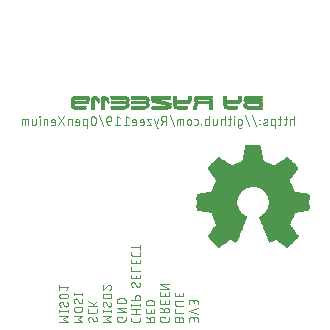
<source format=gbr>
G04 EAGLE Gerber RS-274X export*
G75*
%MOMM*%
%FSLAX34Y34*%
%LPD*%
%INSilkscreen Bottom*%
%IPPOS*%
%AMOC8*
5,1,8,0,0,1.08239X$1,22.5*%
G01*
%ADD10R,0.508000X0.101600*%
%ADD11R,1.422400X0.101600*%
%ADD12R,3.860800X0.101600*%
%ADD13R,2.743200X0.101600*%
%ADD14R,0.812800X0.101600*%
%ADD15R,3.251200X0.101600*%
%ADD16R,1.524000X0.101600*%
%ADD17R,0.914400X0.101600*%
%ADD18R,4.165600X0.101600*%
%ADD19R,2.641600X0.101600*%
%ADD20R,1.117600X0.101600*%
%ADD21R,4.267200X0.101600*%
%ADD22R,2.540000X0.101600*%
%ADD23R,1.320800X0.101600*%
%ADD24R,3.962400X0.101600*%
%ADD25R,1.219200X0.101600*%
%ADD26R,1.625600X0.101600*%
%ADD27R,2.336800X0.101600*%
%ADD28R,4.368800X0.101600*%
%ADD29R,2.235200X0.101600*%
%ADD30R,2.133600X0.101600*%
%ADD31R,1.727200X0.101600*%
%ADD32R,4.470400X0.101600*%
%ADD33R,0.711200X0.101600*%
%ADD34R,2.032000X0.101600*%
%ADD35R,1.828800X0.101600*%
%ADD36R,1.930400X0.101600*%
%ADD37R,4.673600X0.101600*%
%ADD38R,4.572000X0.101600*%
%ADD39R,4.064000X0.101600*%
%ADD40R,3.759200X0.101600*%
%ADD41R,1.016000X0.101600*%
%ADD42R,0.101600X0.101600*%
%ADD43R,2.438400X0.101600*%
%ADD44R,0.406400X0.101600*%
%ADD45R,2.844800X0.101600*%
%ADD46R,2.946400X0.101600*%
%ADD47R,0.609600X0.101600*%
%ADD48R,0.203200X0.101600*%
%ADD49R,1.320800X0.025400*%
%ADD50R,0.914400X0.025400*%
%ADD51R,0.279400X0.025400*%
%ADD52R,1.422400X0.025400*%
%ADD53R,1.244600X0.025400*%
%ADD54R,0.990600X0.025400*%
%ADD55R,1.473200X0.025400*%
%ADD56R,1.016000X0.025400*%
%ADD57R,1.549400X0.025400*%
%ADD58R,1.346200X0.025400*%
%ADD59R,1.117600X0.025400*%
%ADD60R,1.524000X0.025400*%
%ADD61R,1.066800X0.025400*%
%ADD62R,1.600200X0.025400*%
%ADD63R,1.397000X0.025400*%
%ADD64R,1.168400X0.025400*%
%ADD65R,0.254000X0.025400*%
%ADD66R,1.625600X0.025400*%
%ADD67R,1.193800X0.025400*%
%ADD68R,1.574800X0.025400*%
%ADD69R,1.143000X0.025400*%
%ADD70R,1.651000X0.025400*%
%ADD71R,1.447800X0.025400*%
%ADD72R,1.219200X0.025400*%
%ADD73R,1.676400X0.025400*%
%ADD74R,1.498600X0.025400*%
%ADD75R,1.270000X0.025400*%
%ADD76R,1.295400X0.025400*%
%ADD77R,0.355600X0.025400*%
%ADD78R,0.304800X0.025400*%
%ADD79R,0.381000X0.025400*%
%ADD80R,0.330200X0.025400*%
%ADD81R,0.406400X0.025400*%
%ADD82R,0.533400X0.025400*%
%ADD83R,0.635000X0.025400*%
%ADD84R,0.762000X0.025400*%
%ADD85R,0.863600X0.025400*%
%ADD86R,0.965200X0.025400*%
%ADD87R,1.371600X0.025400*%
%ADD88R,1.092200X0.025400*%
%ADD89R,0.025400X0.025400*%
%ADD90R,0.050800X0.025400*%
%ADD91R,0.076200X0.025400*%
%ADD92R,0.101600X0.025400*%
%ADD93R,0.127000X0.025400*%
%ADD94R,0.152400X0.025400*%
%ADD95R,0.177800X0.025400*%
%ADD96R,0.203200X0.025400*%
%ADD97R,0.889000X0.025400*%
%ADD98R,0.228600X0.025400*%
%ADD99R,0.787400X0.025400*%
%ADD100R,0.685800X0.025400*%
%ADD101R,0.558800X0.025400*%
%ADD102R,0.457200X0.025400*%
%ADD103R,0.660400X0.025400*%
%ADD104R,0.609600X0.025400*%
%ADD105R,0.584200X0.025400*%
%ADD106R,0.508000X0.025400*%
%ADD107C,0.076200*%
%ADD108R,0.431800X0.025400*%
%ADD109R,0.812800X0.025400*%
%ADD110R,0.939800X0.025400*%
%ADD111R,0.482600X0.025400*%
%ADD112R,2.311400X0.025400*%
%ADD113R,2.362200X0.025400*%
%ADD114R,2.387600X0.025400*%
%ADD115R,2.438400X0.025400*%
%ADD116R,2.463800X0.025400*%
%ADD117R,2.489200X0.025400*%
%ADD118R,2.540000X0.025400*%
%ADD119R,2.565400X0.025400*%
%ADD120R,2.616200X0.025400*%
%ADD121R,2.641600X0.025400*%
%ADD122R,2.590800X0.025400*%
%ADD123R,2.514600X0.025400*%
%ADD124R,2.413000X0.025400*%
%ADD125R,2.667000X0.025400*%
%ADD126R,2.692400X0.025400*%
%ADD127R,2.717800X0.025400*%
%ADD128R,2.768600X0.025400*%
%ADD129R,2.743200X0.025400*%
%ADD130R,2.794000X0.025400*%
%ADD131R,2.819400X0.025400*%
%ADD132R,2.844800X0.025400*%
%ADD133R,2.971800X0.025400*%
%ADD134R,2.946400X0.025400*%
%ADD135R,3.073400X0.025400*%
%ADD136R,3.200400X0.025400*%
%ADD137R,3.352800X0.025400*%
%ADD138R,3.327400X0.025400*%
%ADD139R,3.454400X0.025400*%
%ADD140R,3.556000X0.025400*%
%ADD141R,3.581400X0.025400*%
%ADD142R,3.606800X0.025400*%
%ADD143R,3.530600X0.025400*%
%ADD144R,3.505200X0.025400*%
%ADD145R,3.479800X0.025400*%
%ADD146R,3.429000X0.025400*%
%ADD147R,3.403600X0.025400*%
%ADD148R,3.378200X0.025400*%
%ADD149R,3.276600X0.025400*%
%ADD150R,3.149600X0.025400*%
%ADD151R,3.048000X0.025400*%
%ADD152R,2.895600X0.025400*%
%ADD153R,2.921000X0.025400*%
%ADD154R,2.870200X0.025400*%
%ADD155R,3.022600X0.025400*%
%ADD156R,6.629400X0.025400*%
%ADD157R,6.604000X0.025400*%
%ADD158R,6.553200X0.025400*%
%ADD159R,6.527800X0.025400*%
%ADD160R,6.502400X0.025400*%
%ADD161R,6.477000X0.025400*%
%ADD162R,6.451600X0.025400*%
%ADD163R,6.426200X0.025400*%
%ADD164R,6.400800X0.025400*%
%ADD165R,6.350000X0.025400*%
%ADD166R,6.324600X0.025400*%
%ADD167R,6.299200X0.025400*%
%ADD168R,6.248400X0.025400*%
%ADD169R,6.578600X0.025400*%
%ADD170R,6.654800X0.025400*%
%ADD171R,6.680200X0.025400*%
%ADD172R,6.705600X0.025400*%
%ADD173R,6.756400X0.025400*%
%ADD174R,6.781800X0.025400*%
%ADD175R,6.807200X0.025400*%
%ADD176R,6.858000X0.025400*%
%ADD177R,6.883400X0.025400*%
%ADD178R,6.908800X0.025400*%
%ADD179R,6.959600X0.025400*%
%ADD180R,7.010400X0.025400*%
%ADD181R,7.035800X0.025400*%
%ADD182R,7.061200X0.025400*%
%ADD183R,7.112000X0.025400*%
%ADD184R,7.137400X0.025400*%
%ADD185R,7.162800X0.025400*%
%ADD186R,7.213600X0.025400*%
%ADD187R,7.264400X0.025400*%
%ADD188R,7.315200X0.025400*%
%ADD189R,7.340600X0.025400*%
%ADD190R,7.366000X0.025400*%
%ADD191R,7.416800X0.025400*%
%ADD192R,7.442200X0.025400*%
%ADD193R,7.467600X0.025400*%
%ADD194R,7.518400X0.025400*%
%ADD195R,7.569200X0.025400*%
%ADD196R,7.620000X0.025400*%
%ADD197R,1.778000X0.025400*%
%ADD198R,1.701800X0.025400*%
%ADD199R,3.251200X0.025400*%
%ADD200R,2.997200X0.025400*%
%ADD201R,2.260600X0.025400*%
%ADD202R,2.133600X0.025400*%
%ADD203R,2.006600X0.025400*%
%ADD204R,1.879600X0.025400*%
%ADD205R,1.828800X0.025400*%
%ADD206R,0.838200X0.025400*%
%ADD207R,1.803400X0.025400*%
%ADD208R,0.711200X0.025400*%
%ADD209R,1.752600X0.025400*%
%ADD210R,1.727200X0.025400*%


D10*
X66040Y237490D03*
D11*
X300228Y238506D03*
X266700Y238506D03*
D12*
X227076Y238506D03*
D13*
X189992Y238506D03*
D14*
X166116Y238506D03*
X149860Y238506D03*
D15*
X117348Y238506D03*
D16*
X82296Y238506D03*
D17*
X66040Y238506D03*
D11*
X49276Y238506D03*
X300228Y239522D03*
X266700Y239522D03*
D18*
X228600Y239522D03*
D19*
X190500Y239522D03*
D20*
X166624Y239522D03*
D14*
X149860Y239522D03*
D12*
X117348Y239522D03*
D11*
X82804Y239522D03*
D20*
X66040Y239522D03*
D11*
X49276Y239522D03*
X300228Y240538D03*
D16*
X266192Y240538D03*
D21*
X229108Y240538D03*
D22*
X191008Y240538D03*
D23*
X166624Y240538D03*
D14*
X149860Y240538D03*
D24*
X117856Y240538D03*
D23*
X83312Y240538D03*
D25*
X66548Y240538D03*
D23*
X48768Y240538D03*
D26*
X300228Y241554D03*
D16*
X266192Y241554D03*
D21*
X229108Y241554D03*
D27*
X192024Y241554D03*
D16*
X166624Y241554D03*
D14*
X149860Y241554D03*
D21*
X117348Y241554D03*
D23*
X83312Y241554D03*
X66040Y241554D03*
D25*
X48260Y241554D03*
D26*
X300228Y242570D03*
D16*
X266192Y242570D03*
D28*
X229616Y242570D03*
D29*
X192532Y242570D03*
D26*
X167132Y242570D03*
D14*
X149860Y242570D03*
D21*
X117348Y242570D03*
D23*
X83312Y242570D03*
D16*
X66040Y242570D03*
D25*
X48260Y242570D03*
D26*
X300228Y243586D03*
D16*
X266192Y243586D03*
D28*
X229616Y243586D03*
D30*
X193040Y243586D03*
D31*
X167640Y243586D03*
D14*
X149860Y243586D03*
D32*
X117348Y243586D03*
D33*
X86360Y243586D03*
D16*
X66040Y243586D03*
D33*
X45720Y243586D03*
D26*
X300228Y244602D03*
D16*
X266192Y244602D03*
D32*
X230124Y244602D03*
D34*
X193548Y244602D03*
D35*
X168148Y244602D03*
D14*
X149860Y244602D03*
D28*
X117856Y244602D03*
D33*
X86360Y244602D03*
D31*
X66040Y244602D03*
D33*
X45720Y244602D03*
D26*
X300228Y245618D03*
D16*
X266192Y245618D03*
D32*
X230124Y245618D03*
D14*
X199644Y245618D03*
D34*
X168148Y245618D03*
D14*
X149860Y245618D03*
D32*
X117348Y245618D03*
D33*
X86360Y245618D03*
D14*
X70612Y245618D03*
X61468Y245618D03*
D33*
X45720Y245618D03*
D26*
X300228Y246634D03*
D16*
X266192Y246634D03*
D14*
X248412Y246634D03*
X199644Y246634D03*
D20*
X173736Y246634D03*
D14*
X162052Y246634D03*
X149860Y246634D03*
D33*
X136144Y246634D03*
D14*
X99060Y246634D03*
D33*
X86360Y246634D03*
X71120Y246634D03*
X60960Y246634D03*
X45720Y246634D03*
D26*
X300228Y247650D03*
D16*
X266192Y247650D03*
D14*
X248412Y247650D03*
X199644Y247650D03*
D25*
X174244Y247650D03*
D14*
X162052Y247650D03*
X149860Y247650D03*
D33*
X136144Y247650D03*
X98552Y247650D03*
X86360Y247650D03*
D14*
X71628Y247650D03*
X60452Y247650D03*
D33*
X45720Y247650D03*
D26*
X300228Y248666D03*
D16*
X266192Y248666D03*
D33*
X248920Y248666D03*
D14*
X199644Y248666D03*
D25*
X175260Y248666D03*
D14*
X162052Y248666D03*
X149860Y248666D03*
D33*
X136144Y248666D03*
X98552Y248666D03*
X86360Y248666D03*
D14*
X72644Y248666D03*
D33*
X59944Y248666D03*
X45720Y248666D03*
D26*
X300228Y249682D03*
X266700Y249682D03*
D33*
X248920Y249682D03*
D14*
X199644Y249682D03*
D25*
X176276Y249682D03*
D14*
X162052Y249682D03*
X149860Y249682D03*
D33*
X136144Y249682D03*
X98552Y249682D03*
X86360Y249682D03*
D14*
X71628Y249682D03*
X59436Y249682D03*
D33*
X45720Y249682D03*
D16*
X299720Y250698D03*
D26*
X266700Y250698D03*
D32*
X230124Y250698D03*
D14*
X199644Y250698D03*
D25*
X177292Y250698D03*
D14*
X162052Y250698D03*
X149860Y250698D03*
D33*
X136144Y250698D03*
X98552Y250698D03*
X86360Y250698D03*
D17*
X73152Y250698D03*
D14*
X59436Y250698D03*
D33*
X45720Y250698D03*
D26*
X299212Y251714D03*
D31*
X267208Y251714D03*
D32*
X230124Y251714D03*
D14*
X199644Y251714D03*
D25*
X178308Y251714D03*
D14*
X162052Y251714D03*
X149860Y251714D03*
D33*
X136144Y251714D03*
X98552Y251714D03*
X86360Y251714D03*
D14*
X73660Y251714D03*
X58420Y251714D03*
D33*
X45720Y251714D03*
D31*
X298704Y252730D03*
D26*
X267716Y252730D03*
D32*
X230124Y252730D03*
D14*
X199644Y252730D03*
D25*
X179324Y252730D03*
D14*
X162052Y252730D03*
X149860Y252730D03*
D33*
X136144Y252730D03*
X98552Y252730D03*
X86360Y252730D03*
D14*
X73660Y252730D03*
X58420Y252730D03*
D33*
X45720Y252730D03*
D31*
X298704Y253746D03*
X268224Y253746D03*
D32*
X230124Y253746D03*
D14*
X199644Y253746D03*
D25*
X180340Y253746D03*
D14*
X162052Y253746D03*
X149860Y253746D03*
D33*
X136144Y253746D03*
X98552Y253746D03*
X86360Y253746D03*
D14*
X73660Y253746D03*
X58420Y253746D03*
D33*
X45720Y253746D03*
D31*
X298704Y254762D03*
X268224Y254762D03*
D32*
X230124Y254762D03*
D14*
X199644Y254762D03*
D25*
X181356Y254762D03*
D14*
X162052Y254762D03*
X149860Y254762D03*
D33*
X136144Y254762D03*
X98552Y254762D03*
X86360Y254762D03*
D14*
X74676Y254762D03*
X57404Y254762D03*
D33*
X45720Y254762D03*
D36*
X297688Y255778D03*
X269240Y255778D03*
D32*
X230124Y255778D03*
D14*
X199644Y255778D03*
D25*
X182372Y255778D03*
D14*
X162052Y255778D03*
X149860Y255778D03*
D33*
X136144Y255778D03*
X98552Y255778D03*
X86360Y255778D03*
D14*
X74676Y255778D03*
D17*
X56896Y255778D03*
D33*
X45720Y255778D03*
D30*
X296672Y256794D03*
X270256Y256794D03*
D32*
X230124Y256794D03*
D14*
X199644Y256794D03*
D25*
X183388Y256794D03*
D14*
X162052Y256794D03*
X149860Y256794D03*
D33*
X136144Y256794D03*
X98552Y256794D03*
X86360Y256794D03*
X75184Y256794D03*
D14*
X56388Y256794D03*
D33*
X45720Y256794D03*
D37*
X282956Y257810D03*
D32*
X230124Y257810D03*
D14*
X199644Y257810D03*
D25*
X184404Y257810D03*
D14*
X162052Y257810D03*
X149860Y257810D03*
D33*
X136144Y257810D03*
X98552Y257810D03*
X86360Y257810D03*
D14*
X75692Y257810D03*
D17*
X55880Y257810D03*
D33*
X45720Y257810D03*
D38*
X283464Y258826D03*
D33*
X248920Y258826D03*
D14*
X199644Y258826D03*
D20*
X185928Y258826D03*
D14*
X162052Y258826D03*
X149860Y258826D03*
D33*
X136144Y258826D03*
X98552Y258826D03*
X86360Y258826D03*
D17*
X76200Y258826D03*
D14*
X55372Y258826D03*
D33*
X45720Y258826D03*
D32*
X282956Y259842D03*
D33*
X248920Y259842D03*
D14*
X199644Y259842D03*
D20*
X186944Y259842D03*
D14*
X162052Y259842D03*
X149860Y259842D03*
D33*
X136144Y259842D03*
X98552Y259842D03*
X86360Y259842D03*
D14*
X76708Y259842D03*
X55372Y259842D03*
D33*
X45720Y259842D03*
D28*
X283464Y260858D03*
D14*
X248412Y260858D03*
X199644Y260858D03*
D20*
X187960Y260858D03*
D14*
X162052Y260858D03*
X149860Y260858D03*
D33*
X136144Y260858D03*
X98552Y260858D03*
D31*
X81280Y260858D03*
D14*
X55372Y260858D03*
D33*
X45720Y260858D03*
D18*
X283464Y261874D03*
D14*
X248412Y261874D03*
D34*
X193548Y261874D03*
D14*
X162052Y261874D03*
X149860Y261874D03*
D33*
X136144Y261874D03*
X98552Y261874D03*
D26*
X81788Y261874D03*
X50292Y261874D03*
D18*
X283464Y262890D03*
D32*
X230124Y262890D03*
D36*
X194056Y262890D03*
D14*
X162052Y262890D03*
X149860Y262890D03*
D33*
X136144Y262890D03*
X98552Y262890D03*
D26*
X81788Y262890D03*
X50292Y262890D03*
D39*
X282956Y263906D03*
D28*
X229616Y263906D03*
D31*
X194056Y263906D03*
D14*
X162052Y263906D03*
X149860Y263906D03*
D33*
X136144Y263906D03*
X98552Y263906D03*
D11*
X81788Y263906D03*
D16*
X49784Y263906D03*
D24*
X283464Y264922D03*
D28*
X229616Y264922D03*
D26*
X194564Y264922D03*
D14*
X162052Y264922D03*
X149860Y264922D03*
D33*
X136144Y264922D03*
X98552Y264922D03*
D11*
X81788Y264922D03*
X50292Y264922D03*
D40*
X283464Y265938D03*
D21*
X229108Y265938D03*
D26*
X194564Y265938D03*
D14*
X162052Y265938D03*
X149860Y265938D03*
D33*
X136144Y265938D03*
X98552Y265938D03*
D23*
X82296Y265938D03*
X49784Y265938D03*
D40*
X283464Y266954D03*
D21*
X229108Y266954D03*
D11*
X194564Y266954D03*
D14*
X162052Y266954D03*
X149860Y266954D03*
D33*
X136144Y266954D03*
X98552Y266954D03*
D25*
X81788Y266954D03*
D20*
X49784Y266954D03*
D40*
X283464Y267970D03*
D39*
X228092Y267970D03*
D25*
X195580Y267970D03*
D14*
X162052Y267970D03*
X149860Y267970D03*
D33*
X136144Y267970D03*
X98552Y267970D03*
D41*
X81788Y267970D03*
D17*
X49784Y267970D03*
D24*
X283464Y268986D03*
X227584Y268986D03*
D17*
X195072Y268986D03*
D14*
X162052Y268986D03*
X149860Y268986D03*
D33*
X136144Y268986D03*
X98552Y268986D03*
X82296Y268986D03*
X49784Y268986D03*
D39*
X282956Y270002D03*
D20*
X213360Y270002D03*
D10*
X195072Y270002D03*
D14*
X162052Y270002D03*
X149860Y270002D03*
D17*
X136144Y270002D03*
D33*
X98552Y270002D03*
D42*
X49784Y270002D03*
D18*
X283464Y271018D03*
X283464Y272034D03*
D21*
X282956Y273050D03*
D29*
X236220Y273050D03*
D10*
X216408Y273050D03*
D43*
X171196Y273050D03*
D10*
X153416Y273050D03*
X132080Y273050D03*
D38*
X283464Y274066D03*
D22*
X236728Y274066D03*
D10*
X216408Y274066D03*
D19*
X172212Y274066D03*
D44*
X152908Y274066D03*
D14*
X132588Y274066D03*
D38*
X283464Y275082D03*
D19*
X236220Y275082D03*
D10*
X216408Y275082D03*
D13*
X172720Y275082D03*
D44*
X152908Y275082D03*
D17*
X133096Y275082D03*
D38*
X283464Y276098D03*
D13*
X236728Y276098D03*
D10*
X216408Y276098D03*
D13*
X172720Y276098D03*
D44*
X152908Y276098D03*
D20*
X133096Y276098D03*
D30*
X296672Y277114D03*
X270256Y277114D03*
D44*
X248412Y277114D03*
X225044Y277114D03*
D10*
X216408Y277114D03*
D44*
X184404Y277114D03*
X152908Y277114D03*
D25*
X133604Y277114D03*
D36*
X297688Y278130D03*
X269240Y278130D03*
D10*
X248920Y278130D03*
D44*
X225044Y278130D03*
D10*
X216408Y278130D03*
X184912Y278130D03*
D44*
X152908Y278130D03*
D33*
X137160Y278130D03*
D44*
X129540Y278130D03*
D35*
X298196Y279146D03*
D31*
X268224Y279146D03*
D44*
X248412Y279146D03*
D10*
X224536Y279146D03*
X216408Y279146D03*
D44*
X184404Y279146D03*
X152908Y279146D03*
D33*
X138176Y279146D03*
D44*
X129540Y279146D03*
D31*
X298704Y280162D03*
X268224Y280162D03*
D44*
X248412Y280162D03*
D10*
X224536Y280162D03*
D19*
X205740Y280162D03*
D13*
X172720Y280162D03*
D44*
X152908Y280162D03*
D33*
X139192Y280162D03*
D10*
X130048Y280162D03*
D31*
X298704Y281178D03*
D26*
X267716Y281178D03*
D44*
X248412Y281178D03*
D10*
X224536Y281178D03*
D45*
X204724Y281178D03*
D13*
X172720Y281178D03*
D44*
X152908Y281178D03*
D33*
X140208Y281178D03*
D10*
X130048Y281178D03*
D26*
X299212Y282194D03*
D31*
X267208Y282194D03*
D44*
X248412Y282194D03*
D10*
X224536Y282194D03*
D45*
X204724Y282194D03*
D13*
X172720Y282194D03*
D44*
X152908Y282194D03*
D33*
X141224Y282194D03*
D10*
X130048Y282194D03*
D16*
X299720Y283210D03*
D26*
X266700Y283210D03*
D44*
X248412Y283210D03*
D10*
X224536Y283210D03*
D46*
X204216Y283210D03*
D13*
X172720Y283210D03*
D44*
X152908Y283210D03*
D47*
X142748Y283210D03*
D10*
X130048Y283210D03*
D26*
X300228Y284226D03*
X266700Y284226D03*
D44*
X248412Y284226D03*
D10*
X224536Y284226D03*
D46*
X204216Y284226D03*
D13*
X172720Y284226D03*
D44*
X152908Y284226D03*
D33*
X143256Y284226D03*
D10*
X130048Y284226D03*
D26*
X300228Y285242D03*
D16*
X266192Y285242D03*
D44*
X248412Y285242D03*
D10*
X224536Y285242D03*
X216408Y285242D03*
X192024Y285242D03*
D44*
X184404Y285242D03*
X152908Y285242D03*
D33*
X144272Y285242D03*
D10*
X130048Y285242D03*
D26*
X300228Y286258D03*
D16*
X266192Y286258D03*
D10*
X248920Y286258D03*
D44*
X225044Y286258D03*
D10*
X216408Y286258D03*
X192024Y286258D03*
X184912Y286258D03*
D44*
X152908Y286258D03*
D33*
X145288Y286258D03*
D10*
X130048Y286258D03*
D26*
X300228Y287274D03*
D16*
X266192Y287274D03*
D44*
X248412Y287274D03*
X225044Y287274D03*
D10*
X216408Y287274D03*
X192024Y287274D03*
D44*
X184404Y287274D03*
D20*
X149352Y287274D03*
D10*
X130048Y287274D03*
D26*
X300228Y288290D03*
D16*
X266192Y288290D03*
D19*
X236220Y288290D03*
D46*
X204216Y288290D03*
D19*
X172212Y288290D03*
D20*
X149352Y288290D03*
D10*
X130048Y288290D03*
D26*
X300228Y289306D03*
D16*
X266192Y289306D03*
D19*
X236220Y289306D03*
D46*
X204216Y289306D03*
D19*
X172212Y289306D03*
D17*
X150368Y289306D03*
D10*
X130048Y289306D03*
D26*
X300228Y290322D03*
D16*
X266192Y290322D03*
D43*
X236220Y290322D03*
D45*
X204724Y290322D03*
D19*
X172212Y290322D03*
D17*
X150368Y290322D03*
D10*
X130048Y290322D03*
D26*
X300228Y291338D03*
D16*
X266192Y291338D03*
D30*
X236728Y291338D03*
D13*
X205232Y291338D03*
D43*
X171196Y291338D03*
D47*
X150876Y291338D03*
D10*
X130048Y291338D03*
D26*
X300228Y292354D03*
D16*
X266192Y292354D03*
D27*
X207264Y292354D03*
D48*
X150876Y292354D03*
D49*
X251333Y206248D03*
D50*
X232283Y206248D03*
D51*
X214122Y206248D03*
X200660Y206248D03*
D50*
X189865Y206248D03*
D52*
X171069Y206248D03*
D53*
X152654Y206248D03*
X135636Y206248D03*
D51*
X122428Y206248D03*
X114300Y206248D03*
D54*
X103632Y206248D03*
D55*
X250571Y206502D03*
D56*
X231775Y206502D03*
D51*
X214122Y206502D03*
X200660Y206502D03*
D56*
X189357Y206502D03*
D57*
X171704Y206502D03*
D58*
X153162Y206502D03*
X136144Y206502D03*
D51*
X122428Y206502D03*
X114300Y206502D03*
D59*
X102997Y206502D03*
D60*
X250317Y206756D03*
D61*
X231521Y206756D03*
D51*
X214122Y206756D03*
X200660Y206756D03*
D61*
X189103Y206756D03*
D62*
X171958Y206756D03*
D63*
X153416Y206756D03*
X136398Y206756D03*
D51*
X122428Y206756D03*
X114300Y206756D03*
D64*
X102743Y206756D03*
D57*
X250190Y207010D03*
D59*
X231267Y207010D03*
D51*
X214122Y207010D03*
D65*
X200787Y207010D03*
D59*
X188849Y207010D03*
D66*
X172085Y207010D03*
D52*
X153543Y207010D03*
X136525Y207010D03*
D51*
X122428Y207010D03*
X114300Y207010D03*
D67*
X102616Y207010D03*
D68*
X250063Y207264D03*
D69*
X231140Y207264D03*
D51*
X214122Y207264D03*
D65*
X200787Y207264D03*
D69*
X188722Y207264D03*
D70*
X172212Y207264D03*
D71*
X153670Y207264D03*
X136652Y207264D03*
D51*
X122428Y207264D03*
X114300Y207264D03*
D72*
X102489Y207264D03*
D68*
X250063Y207518D03*
D69*
X231140Y207518D03*
D51*
X214122Y207518D03*
X200914Y207518D03*
D69*
X188722Y207518D03*
D73*
X172339Y207518D03*
D55*
X153797Y207518D03*
X136779Y207518D03*
D51*
X122428Y207518D03*
X114300Y207518D03*
D53*
X102362Y207518D03*
D62*
X249936Y207772D03*
D64*
X231013Y207772D03*
D51*
X214122Y207772D03*
X200914Y207772D03*
D64*
X188595Y207772D03*
D73*
X172339Y207772D03*
D74*
X153924Y207772D03*
X136906Y207772D03*
D51*
X122428Y207772D03*
X114300Y207772D03*
D75*
X102235Y207772D03*
D62*
X249936Y208026D03*
D64*
X231013Y208026D03*
D51*
X214122Y208026D03*
X200914Y208026D03*
D64*
X188595Y208026D03*
D73*
X172339Y208026D03*
D74*
X153924Y208026D03*
X136906Y208026D03*
D51*
X122428Y208026D03*
X114300Y208026D03*
D75*
X102235Y208026D03*
D62*
X249936Y208280D03*
D67*
X230886Y208280D03*
D51*
X214122Y208280D03*
X200914Y208280D03*
D67*
X188468Y208280D03*
D73*
X172339Y208280D03*
D60*
X154051Y208280D03*
X137033Y208280D03*
D51*
X122428Y208280D03*
X114300Y208280D03*
D75*
X102235Y208280D03*
D62*
X249936Y208534D03*
D67*
X230886Y208534D03*
D51*
X214122Y208534D03*
X200914Y208534D03*
D67*
X188468Y208534D03*
D73*
X172339Y208534D03*
D60*
X154051Y208534D03*
X137033Y208534D03*
D51*
X122428Y208534D03*
X114300Y208534D03*
D76*
X102108Y208534D03*
D66*
X249809Y208788D03*
D67*
X230886Y208788D03*
D51*
X214122Y208788D03*
X200914Y208788D03*
D67*
X188468Y208788D03*
D73*
X172339Y208788D03*
D60*
X154051Y208788D03*
X137033Y208788D03*
D51*
X122428Y208788D03*
X114300Y208788D03*
D76*
X102108Y208788D03*
D51*
X256540Y209042D03*
D77*
X243459Y209042D03*
D78*
X226441Y209042D03*
D51*
X214122Y209042D03*
D65*
X201041Y209042D03*
D78*
X184023Y209042D03*
D79*
X178816Y209042D03*
D78*
X160401Y209042D03*
X143383Y209042D03*
D51*
X122428Y209042D03*
X114300Y209042D03*
D80*
X97282Y209042D03*
D51*
X256540Y209296D03*
D80*
X243332Y209296D03*
D78*
X226187Y209296D03*
D51*
X214122Y209296D03*
D65*
X201041Y209296D03*
D78*
X183769Y209296D03*
D81*
X178689Y209296D03*
D51*
X160528Y209296D03*
X143510Y209296D03*
X122428Y209296D03*
X114300Y209296D03*
D78*
X97155Y209296D03*
D51*
X256540Y209550D03*
D80*
X243332Y209550D03*
D51*
X226060Y209550D03*
X214122Y209550D03*
X201168Y209550D03*
X183642Y209550D03*
D82*
X178054Y209550D03*
D51*
X160528Y209550D03*
X143510Y209550D03*
X122428Y209550D03*
X114300Y209550D03*
X97028Y209550D03*
X256540Y209804D03*
D78*
X243205Y209804D03*
D51*
X226060Y209804D03*
X214122Y209804D03*
X201168Y209804D03*
X183642Y209804D03*
D83*
X177546Y209804D03*
D51*
X160528Y209804D03*
X143510Y209804D03*
X122428Y209804D03*
X114300Y209804D03*
X97028Y209804D03*
X256540Y210058D03*
X243332Y210058D03*
X226060Y210058D03*
X214122Y210058D03*
X201168Y210058D03*
X183642Y210058D03*
D84*
X176911Y210058D03*
D51*
X160528Y210058D03*
X143510Y210058D03*
X122428Y210058D03*
X114300Y210058D03*
X97028Y210058D03*
X256540Y210312D03*
X243332Y210312D03*
X226060Y210312D03*
X214122Y210312D03*
X201168Y210312D03*
X183642Y210312D03*
D85*
X176403Y210312D03*
D51*
X160528Y210312D03*
X143510Y210312D03*
X122428Y210312D03*
X114300Y210312D03*
X97028Y210312D03*
D62*
X249936Y210566D03*
D51*
X226060Y210566D03*
D68*
X207645Y210566D03*
D51*
X183642Y210566D03*
D86*
X175641Y210566D03*
D57*
X154178Y210566D03*
X137160Y210566D03*
D51*
X122428Y210566D03*
X114300Y210566D03*
D87*
X102489Y210566D03*
D62*
X249936Y210820D03*
D51*
X226060Y210820D03*
D68*
X207645Y210820D03*
D51*
X183642Y210820D03*
D88*
X175006Y210820D03*
D57*
X154178Y210820D03*
X137160Y210820D03*
D51*
X122428Y210820D03*
X114300Y210820D03*
D55*
X102997Y210820D03*
D68*
X250063Y211074D03*
D87*
X231521Y211074D03*
D57*
X207772Y211074D03*
D87*
X189103Y211074D03*
D69*
X174244Y211074D03*
D57*
X154178Y211074D03*
X137160Y211074D03*
D89*
X127762Y211074D03*
D51*
X122428Y211074D03*
D89*
X119634Y211074D03*
D51*
X114300Y211074D03*
D60*
X103251Y211074D03*
D57*
X250190Y211328D03*
D52*
X231775Y211328D03*
D60*
X207899Y211328D03*
D52*
X189357Y211328D03*
D53*
X173482Y211328D03*
D57*
X154178Y211328D03*
X137160Y211328D03*
D90*
X127635Y211328D03*
D51*
X122428Y211328D03*
D90*
X119507Y211328D03*
D51*
X114300Y211328D03*
D57*
X103378Y211328D03*
X250190Y211582D03*
D55*
X232029Y211582D03*
D60*
X207899Y211582D03*
D55*
X189611Y211582D03*
D75*
X172593Y211582D03*
D57*
X154178Y211582D03*
X137160Y211582D03*
D91*
X127508Y211582D03*
D51*
X122428Y211582D03*
D91*
X119380Y211582D03*
D51*
X114300Y211582D03*
D68*
X103505Y211582D03*
D60*
X250317Y211836D03*
D74*
X232156Y211836D03*
X208026Y211836D03*
X189738Y211836D03*
D49*
X171831Y211836D03*
D57*
X154178Y211836D03*
X137160Y211836D03*
D92*
X127381Y211836D03*
D51*
X122428Y211836D03*
D92*
X119253Y211836D03*
D51*
X114300Y211836D03*
D68*
X103505Y211836D03*
D57*
X250190Y212090D03*
D74*
X232156Y212090D03*
D60*
X207899Y212090D03*
D74*
X189738Y212090D03*
D75*
X171069Y212090D03*
D57*
X154178Y212090D03*
X137160Y212090D03*
D93*
X127254Y212090D03*
D51*
X122428Y212090D03*
D93*
X119126Y212090D03*
D51*
X114300Y212090D03*
D62*
X103632Y212090D03*
D68*
X250063Y212344D03*
D60*
X232283Y212344D03*
X207899Y212344D03*
X189865Y212344D03*
D67*
X170180Y212344D03*
D57*
X154178Y212344D03*
X137160Y212344D03*
D94*
X127127Y212344D03*
D51*
X122428Y212344D03*
D94*
X118999Y212344D03*
D51*
X114300Y212344D03*
D62*
X103632Y212344D03*
D68*
X250063Y212598D03*
D57*
X232410Y212598D03*
X207772Y212598D03*
X189992Y212598D03*
D88*
X169418Y212598D03*
D57*
X154178Y212598D03*
X137160Y212598D03*
D95*
X127000Y212598D03*
D51*
X122428Y212598D03*
D95*
X118872Y212598D03*
D51*
X114300Y212598D03*
D62*
X103632Y212598D03*
D68*
X250063Y212852D03*
D57*
X232410Y212852D03*
X207772Y212852D03*
X189992Y212852D03*
D54*
X168910Y212852D03*
D57*
X154178Y212852D03*
X137160Y212852D03*
D96*
X126873Y212852D03*
D51*
X122428Y212852D03*
D96*
X118745Y212852D03*
D51*
X114300Y212852D03*
D62*
X103632Y212852D03*
X249936Y213106D03*
D57*
X232410Y213106D03*
D78*
X213995Y213106D03*
X201549Y213106D03*
D57*
X189992Y213106D03*
D97*
X168148Y213106D03*
D51*
X160528Y213106D03*
X143510Y213106D03*
D98*
X126746Y213106D03*
D51*
X122428Y213106D03*
D98*
X118618Y213106D03*
D51*
X114300Y213106D03*
D78*
X110109Y213106D03*
D51*
X97028Y213106D03*
X256540Y213360D03*
X243332Y213360D03*
D68*
X232537Y213360D03*
D51*
X214122Y213360D03*
X201422Y213360D03*
D68*
X190119Y213360D03*
D99*
X167640Y213360D03*
D51*
X160528Y213360D03*
X143510Y213360D03*
D65*
X126619Y213360D03*
D51*
X122428Y213360D03*
D65*
X118491Y213360D03*
D51*
X114300Y213360D03*
X110236Y213360D03*
X97028Y213360D03*
X256540Y213614D03*
X243332Y213614D03*
D80*
X238760Y213614D03*
X226314Y213614D03*
D51*
X214122Y213614D03*
D65*
X201295Y213614D03*
D80*
X196342Y213614D03*
X183896Y213614D03*
D100*
X166878Y213614D03*
D51*
X160528Y213614D03*
X143510Y213614D03*
X126492Y213614D03*
X122428Y213614D03*
X118364Y213614D03*
X114300Y213614D03*
D78*
X110109Y213614D03*
D51*
X97028Y213614D03*
X256540Y213868D03*
X243332Y213868D03*
X239014Y213868D03*
D78*
X226187Y213868D03*
D51*
X214122Y213868D03*
D65*
X201295Y213868D03*
D51*
X196596Y213868D03*
D78*
X183769Y213868D03*
D101*
X166243Y213868D03*
D51*
X160528Y213868D03*
X143510Y213868D03*
D78*
X126365Y213868D03*
D51*
X122428Y213868D03*
D78*
X118237Y213868D03*
D51*
X114300Y213868D03*
D78*
X110109Y213868D03*
D51*
X97028Y213868D03*
X256540Y214122D03*
D78*
X243459Y214122D03*
D51*
X239014Y214122D03*
X226060Y214122D03*
X214122Y214122D03*
D65*
X201295Y214122D03*
D51*
X196596Y214122D03*
X183642Y214122D03*
D102*
X165735Y214122D03*
D51*
X160528Y214122D03*
X143510Y214122D03*
D80*
X126238Y214122D03*
D51*
X122428Y214122D03*
D80*
X118110Y214122D03*
D51*
X114300Y214122D03*
D78*
X110109Y214122D03*
D51*
X97028Y214122D03*
X256540Y214376D03*
D78*
X243459Y214376D03*
D51*
X239014Y214376D03*
X226060Y214376D03*
X214122Y214376D03*
D65*
X201295Y214376D03*
D51*
X196596Y214376D03*
X183642Y214376D03*
D80*
X165100Y214376D03*
D78*
X160401Y214376D03*
X143383Y214376D03*
D77*
X126111Y214376D03*
D51*
X122428Y214376D03*
D77*
X117983Y214376D03*
D51*
X114300Y214376D03*
D80*
X109982Y214376D03*
D78*
X97155Y214376D03*
D62*
X249936Y214630D03*
D51*
X239014Y214630D03*
X226060Y214630D03*
D57*
X207772Y214630D03*
D51*
X196596Y214630D03*
X183642Y214630D03*
D73*
X171831Y214630D03*
D60*
X154051Y214630D03*
X137033Y214630D03*
D100*
X124460Y214630D03*
X116332Y214630D03*
D62*
X103632Y214630D03*
X249936Y214884D03*
D51*
X239014Y214884D03*
X226060Y214884D03*
D57*
X207772Y214884D03*
D51*
X196596Y214884D03*
X183642Y214884D03*
D73*
X171831Y214884D03*
D60*
X154051Y214884D03*
X137033Y214884D03*
D103*
X124333Y214884D03*
X116205Y214884D03*
D62*
X103632Y214884D03*
X249936Y215138D03*
D51*
X239014Y215138D03*
X226060Y215138D03*
D57*
X207772Y215138D03*
D51*
X196596Y215138D03*
X183642Y215138D03*
D73*
X171831Y215138D03*
D60*
X154051Y215138D03*
X137033Y215138D03*
D104*
X124333Y215138D03*
X116205Y215138D03*
D68*
X103759Y215138D03*
X250063Y215392D03*
D51*
X239014Y215392D03*
X226060Y215392D03*
D57*
X207772Y215392D03*
D51*
X196596Y215392D03*
X183642Y215392D03*
D73*
X171831Y215392D03*
D74*
X153924Y215392D03*
X136906Y215392D03*
D105*
X124206Y215392D03*
X116078Y215392D03*
D68*
X103759Y215392D03*
X250063Y215646D03*
D51*
X239014Y215646D03*
X226060Y215646D03*
D57*
X207772Y215646D03*
D51*
X196596Y215646D03*
X183642Y215646D03*
D73*
X171831Y215646D03*
D74*
X153924Y215646D03*
X136906Y215646D03*
D101*
X124079Y215646D03*
X115951Y215646D03*
D68*
X103759Y215646D03*
X250063Y215900D03*
D51*
X239014Y215900D03*
X226060Y215900D03*
D57*
X207772Y215900D03*
D51*
X196596Y215900D03*
X183642Y215900D03*
D73*
X171831Y215900D03*
D55*
X153797Y215900D03*
X136779Y215900D03*
D82*
X123952Y215900D03*
X115824Y215900D03*
D60*
X103759Y215900D03*
D57*
X250190Y216154D03*
D51*
X239014Y216154D03*
X226060Y216154D03*
D57*
X207772Y216154D03*
D51*
X196596Y216154D03*
X183642Y216154D03*
D70*
X171958Y216154D03*
D71*
X153670Y216154D03*
X136652Y216154D03*
D106*
X123825Y216154D03*
X115697Y216154D03*
D60*
X103759Y216154D03*
D57*
X250190Y216408D03*
D51*
X239014Y216408D03*
X226060Y216408D03*
D60*
X207899Y216408D03*
D51*
X196596Y216408D03*
X183642Y216408D03*
D70*
X171958Y216408D03*
D52*
X153543Y216408D03*
X136525Y216408D03*
D102*
X123825Y216408D03*
X115697Y216408D03*
D55*
X103759Y216408D03*
D60*
X250317Y216662D03*
D51*
X239014Y216662D03*
X226060Y216662D03*
D60*
X207899Y216662D03*
D51*
X196596Y216662D03*
X183642Y216662D03*
D66*
X172085Y216662D03*
D63*
X153416Y216662D03*
X136398Y216662D03*
D79*
X123698Y216662D03*
X115570Y216662D03*
D52*
X103759Y216662D03*
D55*
X250571Y216916D03*
D51*
X239014Y216916D03*
X226060Y216916D03*
D55*
X208153Y216916D03*
D51*
X196596Y216916D03*
X183642Y216916D03*
D62*
X172212Y216916D03*
D58*
X153162Y216916D03*
X136144Y216916D03*
D80*
X123698Y216916D03*
X115570Y216916D03*
D49*
X103759Y216916D03*
D63*
X250952Y217170D03*
D51*
X239014Y217170D03*
X226060Y217170D03*
D63*
X208534Y217170D03*
D51*
X196596Y217170D03*
X183642Y217170D03*
D74*
X172720Y217170D03*
D75*
X152781Y217170D03*
X135763Y217170D03*
D95*
X123698Y217170D03*
X115570Y217170D03*
D59*
X103759Y217170D03*
D107*
X284099Y200533D02*
X284099Y193167D01*
X284099Y198078D02*
X282053Y198078D01*
X281984Y198076D01*
X281916Y198070D01*
X281847Y198061D01*
X281780Y198047D01*
X281713Y198030D01*
X281647Y198009D01*
X281583Y197985D01*
X281520Y197956D01*
X281459Y197925D01*
X281400Y197890D01*
X281342Y197852D01*
X281287Y197810D01*
X281235Y197766D01*
X281185Y197718D01*
X281137Y197668D01*
X281093Y197616D01*
X281052Y197561D01*
X281013Y197503D01*
X280978Y197444D01*
X280947Y197383D01*
X280918Y197320D01*
X280894Y197256D01*
X280873Y197190D01*
X280856Y197123D01*
X280842Y197056D01*
X280833Y196988D01*
X280827Y196919D01*
X280825Y196850D01*
X280825Y193167D01*
X278146Y198078D02*
X275690Y198078D01*
X277327Y200533D02*
X277327Y194395D01*
X277328Y194395D02*
X277326Y194326D01*
X277320Y194258D01*
X277311Y194189D01*
X277297Y194122D01*
X277280Y194055D01*
X277259Y193989D01*
X277235Y193925D01*
X277206Y193862D01*
X277175Y193801D01*
X277140Y193742D01*
X277102Y193684D01*
X277060Y193629D01*
X277016Y193577D01*
X276968Y193527D01*
X276918Y193479D01*
X276866Y193435D01*
X276811Y193394D01*
X276753Y193355D01*
X276694Y193320D01*
X276633Y193289D01*
X276570Y193260D01*
X276506Y193236D01*
X276440Y193215D01*
X276373Y193198D01*
X276306Y193184D01*
X276238Y193175D01*
X276169Y193169D01*
X276100Y193167D01*
X275690Y193167D01*
X273513Y198078D02*
X271057Y198078D01*
X272694Y200533D02*
X272694Y194395D01*
X272695Y194395D02*
X272693Y194326D01*
X272687Y194258D01*
X272678Y194189D01*
X272664Y194122D01*
X272647Y194055D01*
X272626Y193989D01*
X272602Y193925D01*
X272573Y193862D01*
X272542Y193801D01*
X272507Y193742D01*
X272469Y193684D01*
X272427Y193629D01*
X272383Y193577D01*
X272335Y193527D01*
X272285Y193479D01*
X272233Y193435D01*
X272178Y193394D01*
X272120Y193355D01*
X272061Y193320D01*
X272000Y193289D01*
X271937Y193260D01*
X271873Y193236D01*
X271807Y193215D01*
X271740Y193198D01*
X271673Y193184D01*
X271605Y193175D01*
X271536Y193169D01*
X271467Y193167D01*
X271057Y193167D01*
X267965Y190712D02*
X267965Y198078D01*
X265919Y198078D01*
X265850Y198076D01*
X265782Y198070D01*
X265713Y198061D01*
X265646Y198047D01*
X265579Y198030D01*
X265513Y198009D01*
X265449Y197985D01*
X265386Y197956D01*
X265325Y197925D01*
X265266Y197890D01*
X265208Y197852D01*
X265153Y197810D01*
X265101Y197766D01*
X265051Y197718D01*
X265003Y197668D01*
X264959Y197616D01*
X264918Y197561D01*
X264879Y197503D01*
X264844Y197444D01*
X264813Y197383D01*
X264784Y197320D01*
X264760Y197256D01*
X264739Y197190D01*
X264722Y197123D01*
X264708Y197056D01*
X264699Y196988D01*
X264693Y196919D01*
X264691Y196850D01*
X264691Y194395D01*
X264693Y194326D01*
X264699Y194258D01*
X264708Y194189D01*
X264722Y194122D01*
X264739Y194055D01*
X264760Y193989D01*
X264784Y193925D01*
X264813Y193862D01*
X264844Y193801D01*
X264879Y193742D01*
X264917Y193684D01*
X264959Y193629D01*
X265003Y193577D01*
X265051Y193527D01*
X265101Y193479D01*
X265153Y193435D01*
X265208Y193393D01*
X265266Y193355D01*
X265325Y193320D01*
X265386Y193289D01*
X265449Y193260D01*
X265513Y193236D01*
X265579Y193215D01*
X265646Y193198D01*
X265713Y193184D01*
X265782Y193175D01*
X265850Y193169D01*
X265919Y193167D01*
X267965Y193167D01*
X261052Y196032D02*
X259006Y195213D01*
X261052Y196032D02*
X261111Y196057D01*
X261168Y196086D01*
X261223Y196119D01*
X261276Y196155D01*
X261327Y196193D01*
X261375Y196235D01*
X261421Y196280D01*
X261464Y196327D01*
X261504Y196377D01*
X261541Y196429D01*
X261575Y196484D01*
X261606Y196540D01*
X261633Y196598D01*
X261656Y196658D01*
X261676Y196718D01*
X261692Y196780D01*
X261705Y196843D01*
X261713Y196907D01*
X261718Y196970D01*
X261719Y197034D01*
X261716Y197098D01*
X261709Y197162D01*
X261698Y197225D01*
X261684Y197287D01*
X261666Y197349D01*
X261644Y197409D01*
X261619Y197468D01*
X261590Y197525D01*
X261557Y197580D01*
X261522Y197633D01*
X261483Y197684D01*
X261441Y197733D01*
X261397Y197779D01*
X261349Y197822D01*
X261300Y197862D01*
X261247Y197899D01*
X261193Y197933D01*
X261137Y197964D01*
X261079Y197991D01*
X261020Y198015D01*
X260959Y198034D01*
X260897Y198051D01*
X260834Y198063D01*
X260771Y198072D01*
X260707Y198077D01*
X260643Y198078D01*
X260507Y198074D01*
X260372Y198066D01*
X260236Y198054D01*
X260102Y198038D01*
X259967Y198018D01*
X259834Y197995D01*
X259701Y197967D01*
X259569Y197936D01*
X259438Y197901D01*
X259308Y197862D01*
X259179Y197819D01*
X259052Y197772D01*
X258926Y197722D01*
X258801Y197668D01*
X259006Y195213D02*
X258947Y195188D01*
X258890Y195159D01*
X258835Y195126D01*
X258782Y195090D01*
X258731Y195052D01*
X258683Y195010D01*
X258637Y194965D01*
X258594Y194918D01*
X258554Y194868D01*
X258517Y194816D01*
X258483Y194761D01*
X258452Y194705D01*
X258425Y194647D01*
X258402Y194587D01*
X258382Y194527D01*
X258366Y194465D01*
X258353Y194402D01*
X258345Y194338D01*
X258340Y194275D01*
X258339Y194211D01*
X258342Y194147D01*
X258349Y194083D01*
X258360Y194020D01*
X258374Y193958D01*
X258392Y193896D01*
X258414Y193836D01*
X258439Y193777D01*
X258468Y193720D01*
X258501Y193665D01*
X258536Y193612D01*
X258575Y193561D01*
X258617Y193512D01*
X258661Y193466D01*
X258709Y193423D01*
X258758Y193383D01*
X258811Y193346D01*
X258865Y193312D01*
X258921Y193281D01*
X258979Y193254D01*
X259038Y193230D01*
X259099Y193211D01*
X259161Y193194D01*
X259224Y193182D01*
X259287Y193173D01*
X259351Y193168D01*
X259415Y193167D01*
X259579Y193171D01*
X259743Y193179D01*
X259907Y193191D01*
X260070Y193207D01*
X260233Y193227D01*
X260396Y193250D01*
X260557Y193278D01*
X260719Y193309D01*
X260879Y193344D01*
X261038Y193383D01*
X261197Y193426D01*
X261354Y193472D01*
X261511Y193522D01*
X261666Y193576D01*
X255357Y193781D02*
X255357Y194190D01*
X254948Y194190D01*
X254948Y193781D01*
X255357Y193781D01*
X255357Y197055D02*
X255357Y197464D01*
X254948Y197464D01*
X254948Y197055D01*
X255357Y197055D01*
X252156Y192349D02*
X248882Y201351D01*
X243030Y201351D02*
X246304Y192349D01*
X239021Y193167D02*
X236975Y193167D01*
X239021Y193167D02*
X239090Y193169D01*
X239158Y193175D01*
X239227Y193184D01*
X239294Y193198D01*
X239361Y193215D01*
X239427Y193236D01*
X239491Y193260D01*
X239554Y193289D01*
X239615Y193320D01*
X239674Y193355D01*
X239732Y193393D01*
X239787Y193435D01*
X239839Y193479D01*
X239889Y193527D01*
X239937Y193577D01*
X239981Y193629D01*
X240023Y193684D01*
X240061Y193742D01*
X240096Y193801D01*
X240127Y193862D01*
X240156Y193925D01*
X240180Y193989D01*
X240201Y194055D01*
X240218Y194122D01*
X240232Y194189D01*
X240241Y194258D01*
X240247Y194326D01*
X240249Y194395D01*
X240249Y196850D01*
X240247Y196919D01*
X240241Y196987D01*
X240232Y197056D01*
X240218Y197123D01*
X240201Y197190D01*
X240180Y197256D01*
X240156Y197320D01*
X240127Y197383D01*
X240096Y197444D01*
X240061Y197503D01*
X240023Y197561D01*
X239981Y197616D01*
X239937Y197668D01*
X239889Y197718D01*
X239839Y197766D01*
X239787Y197810D01*
X239732Y197852D01*
X239674Y197890D01*
X239615Y197925D01*
X239554Y197956D01*
X239491Y197985D01*
X239427Y198009D01*
X239361Y198030D01*
X239294Y198047D01*
X239227Y198061D01*
X239158Y198070D01*
X239090Y198076D01*
X239021Y198078D01*
X236975Y198078D01*
X236975Y191939D01*
X236977Y191870D01*
X236983Y191802D01*
X236992Y191733D01*
X237006Y191666D01*
X237023Y191599D01*
X237044Y191533D01*
X237068Y191469D01*
X237097Y191406D01*
X237128Y191345D01*
X237163Y191286D01*
X237201Y191228D01*
X237243Y191173D01*
X237287Y191121D01*
X237335Y191071D01*
X237385Y191023D01*
X237437Y190979D01*
X237492Y190937D01*
X237550Y190899D01*
X237609Y190864D01*
X237670Y190833D01*
X237733Y190804D01*
X237797Y190780D01*
X237863Y190759D01*
X237930Y190742D01*
X237997Y190728D01*
X238066Y190719D01*
X238134Y190713D01*
X238203Y190711D01*
X238203Y190712D02*
X239840Y190712D01*
X233694Y193167D02*
X233694Y198078D01*
X233899Y200124D02*
X233899Y200533D01*
X233490Y200533D01*
X233490Y200124D01*
X233899Y200124D01*
X231329Y198078D02*
X228873Y198078D01*
X230510Y200533D02*
X230510Y194395D01*
X230511Y194395D02*
X230509Y194326D01*
X230503Y194258D01*
X230494Y194189D01*
X230480Y194122D01*
X230463Y194055D01*
X230442Y193989D01*
X230418Y193925D01*
X230389Y193862D01*
X230358Y193801D01*
X230323Y193742D01*
X230285Y193684D01*
X230243Y193629D01*
X230199Y193577D01*
X230151Y193527D01*
X230101Y193479D01*
X230049Y193435D01*
X229994Y193394D01*
X229936Y193355D01*
X229877Y193320D01*
X229816Y193289D01*
X229753Y193260D01*
X229689Y193236D01*
X229623Y193215D01*
X229556Y193198D01*
X229489Y193184D01*
X229421Y193175D01*
X229352Y193169D01*
X229283Y193167D01*
X228873Y193167D01*
X225822Y193167D02*
X225822Y200533D01*
X225822Y198078D02*
X223776Y198078D01*
X223707Y198076D01*
X223639Y198070D01*
X223570Y198061D01*
X223503Y198047D01*
X223436Y198030D01*
X223370Y198009D01*
X223306Y197985D01*
X223243Y197956D01*
X223182Y197925D01*
X223123Y197890D01*
X223065Y197852D01*
X223010Y197810D01*
X222958Y197766D01*
X222908Y197718D01*
X222860Y197668D01*
X222816Y197616D01*
X222775Y197561D01*
X222736Y197503D01*
X222701Y197444D01*
X222670Y197383D01*
X222641Y197320D01*
X222617Y197256D01*
X222596Y197190D01*
X222579Y197123D01*
X222565Y197056D01*
X222556Y196988D01*
X222550Y196919D01*
X222548Y196850D01*
X222548Y193167D01*
X218994Y194395D02*
X218994Y198078D01*
X218994Y194395D02*
X218992Y194326D01*
X218986Y194258D01*
X218977Y194189D01*
X218963Y194122D01*
X218946Y194055D01*
X218925Y193989D01*
X218901Y193925D01*
X218872Y193862D01*
X218841Y193801D01*
X218806Y193742D01*
X218768Y193684D01*
X218726Y193629D01*
X218682Y193577D01*
X218634Y193527D01*
X218584Y193479D01*
X218532Y193435D01*
X218477Y193394D01*
X218419Y193355D01*
X218360Y193320D01*
X218299Y193289D01*
X218236Y193260D01*
X218172Y193236D01*
X218106Y193215D01*
X218039Y193198D01*
X217972Y193184D01*
X217904Y193175D01*
X217835Y193169D01*
X217766Y193167D01*
X217767Y193167D02*
X215720Y193167D01*
X215720Y198078D01*
X212126Y200533D02*
X212126Y193167D01*
X210080Y193167D01*
X210011Y193169D01*
X209943Y193175D01*
X209874Y193184D01*
X209807Y193198D01*
X209740Y193215D01*
X209674Y193236D01*
X209610Y193260D01*
X209547Y193289D01*
X209486Y193320D01*
X209427Y193355D01*
X209369Y193393D01*
X209314Y193435D01*
X209262Y193479D01*
X209212Y193527D01*
X209164Y193577D01*
X209120Y193629D01*
X209078Y193684D01*
X209040Y193742D01*
X209005Y193801D01*
X208974Y193862D01*
X208945Y193925D01*
X208921Y193989D01*
X208900Y194055D01*
X208883Y194122D01*
X208869Y194189D01*
X208860Y194258D01*
X208854Y194326D01*
X208852Y194395D01*
X208852Y196850D01*
X208854Y196919D01*
X208860Y196987D01*
X208869Y197056D01*
X208883Y197123D01*
X208900Y197190D01*
X208921Y197256D01*
X208945Y197320D01*
X208974Y197383D01*
X209005Y197444D01*
X209040Y197503D01*
X209078Y197561D01*
X209120Y197616D01*
X209164Y197668D01*
X209212Y197718D01*
X209262Y197766D01*
X209314Y197810D01*
X209369Y197852D01*
X209427Y197890D01*
X209486Y197925D01*
X209547Y197956D01*
X209610Y197985D01*
X209674Y198009D01*
X209740Y198030D01*
X209807Y198047D01*
X209874Y198061D01*
X209943Y198070D01*
X210011Y198076D01*
X210080Y198078D01*
X212126Y198078D01*
X206101Y193576D02*
X206101Y193167D01*
X206101Y193576D02*
X205692Y193576D01*
X205692Y193167D01*
X206101Y193167D01*
X201664Y193167D02*
X200027Y193167D01*
X201664Y193167D02*
X201733Y193169D01*
X201801Y193175D01*
X201870Y193184D01*
X201937Y193198D01*
X202004Y193215D01*
X202070Y193236D01*
X202134Y193260D01*
X202197Y193289D01*
X202258Y193320D01*
X202317Y193355D01*
X202375Y193393D01*
X202430Y193435D01*
X202482Y193479D01*
X202532Y193527D01*
X202580Y193577D01*
X202624Y193629D01*
X202666Y193684D01*
X202704Y193742D01*
X202739Y193801D01*
X202770Y193862D01*
X202799Y193925D01*
X202823Y193989D01*
X202844Y194055D01*
X202861Y194122D01*
X202875Y194189D01*
X202884Y194258D01*
X202890Y194326D01*
X202892Y194395D01*
X202892Y196850D01*
X202890Y196919D01*
X202884Y196987D01*
X202875Y197056D01*
X202861Y197123D01*
X202844Y197190D01*
X202823Y197256D01*
X202799Y197320D01*
X202770Y197383D01*
X202739Y197444D01*
X202704Y197503D01*
X202666Y197561D01*
X202624Y197616D01*
X202580Y197668D01*
X202532Y197718D01*
X202482Y197766D01*
X202430Y197810D01*
X202375Y197852D01*
X202317Y197890D01*
X202258Y197925D01*
X202197Y197956D01*
X202134Y197985D01*
X202070Y198009D01*
X202004Y198030D01*
X201937Y198047D01*
X201870Y198061D01*
X201801Y198070D01*
X201733Y198076D01*
X201664Y198078D01*
X200027Y198078D01*
X197293Y196441D02*
X197293Y194804D01*
X197293Y196441D02*
X197291Y196520D01*
X197285Y196599D01*
X197276Y196678D01*
X197263Y196756D01*
X197245Y196833D01*
X197225Y196909D01*
X197200Y196984D01*
X197172Y197058D01*
X197141Y197131D01*
X197105Y197202D01*
X197067Y197271D01*
X197025Y197338D01*
X196980Y197403D01*
X196932Y197466D01*
X196881Y197527D01*
X196827Y197584D01*
X196771Y197640D01*
X196712Y197692D01*
X196650Y197742D01*
X196586Y197788D01*
X196520Y197832D01*
X196452Y197872D01*
X196382Y197908D01*
X196310Y197942D01*
X196236Y197972D01*
X196162Y197998D01*
X196086Y198021D01*
X196009Y198039D01*
X195932Y198055D01*
X195853Y198066D01*
X195775Y198074D01*
X195696Y198078D01*
X195616Y198078D01*
X195537Y198074D01*
X195459Y198066D01*
X195380Y198055D01*
X195303Y198039D01*
X195226Y198021D01*
X195150Y197998D01*
X195076Y197972D01*
X195002Y197942D01*
X194930Y197908D01*
X194860Y197872D01*
X194792Y197832D01*
X194726Y197788D01*
X194662Y197742D01*
X194600Y197692D01*
X194541Y197640D01*
X194485Y197584D01*
X194431Y197527D01*
X194380Y197466D01*
X194332Y197403D01*
X194287Y197338D01*
X194245Y197271D01*
X194207Y197202D01*
X194171Y197131D01*
X194140Y197058D01*
X194112Y196984D01*
X194087Y196909D01*
X194067Y196833D01*
X194049Y196756D01*
X194036Y196678D01*
X194027Y196599D01*
X194021Y196520D01*
X194019Y196441D01*
X194019Y194804D01*
X194021Y194725D01*
X194027Y194646D01*
X194036Y194567D01*
X194049Y194489D01*
X194067Y194412D01*
X194087Y194336D01*
X194112Y194261D01*
X194140Y194187D01*
X194171Y194114D01*
X194207Y194043D01*
X194245Y193974D01*
X194287Y193907D01*
X194332Y193842D01*
X194380Y193779D01*
X194431Y193718D01*
X194485Y193661D01*
X194541Y193605D01*
X194600Y193553D01*
X194662Y193503D01*
X194726Y193457D01*
X194792Y193413D01*
X194860Y193373D01*
X194930Y193337D01*
X195002Y193303D01*
X195076Y193273D01*
X195150Y193247D01*
X195226Y193224D01*
X195303Y193206D01*
X195380Y193190D01*
X195459Y193179D01*
X195537Y193171D01*
X195616Y193167D01*
X195696Y193167D01*
X195775Y193171D01*
X195853Y193179D01*
X195932Y193190D01*
X196009Y193206D01*
X196086Y193224D01*
X196162Y193247D01*
X196236Y193273D01*
X196310Y193303D01*
X196382Y193337D01*
X196452Y193373D01*
X196520Y193413D01*
X196586Y193457D01*
X196650Y193503D01*
X196712Y193553D01*
X196771Y193605D01*
X196827Y193661D01*
X196881Y193718D01*
X196932Y193779D01*
X196980Y193842D01*
X197025Y193907D01*
X197067Y193974D01*
X197105Y194043D01*
X197141Y194114D01*
X197172Y194187D01*
X197200Y194261D01*
X197225Y194336D01*
X197245Y194412D01*
X197263Y194489D01*
X197276Y194567D01*
X197285Y194646D01*
X197291Y194725D01*
X197293Y194804D01*
X190552Y193167D02*
X190552Y198078D01*
X186869Y198078D01*
X186800Y198076D01*
X186732Y198070D01*
X186663Y198061D01*
X186596Y198047D01*
X186529Y198030D01*
X186463Y198009D01*
X186399Y197985D01*
X186336Y197956D01*
X186275Y197925D01*
X186216Y197890D01*
X186158Y197852D01*
X186103Y197810D01*
X186051Y197766D01*
X186001Y197718D01*
X185953Y197668D01*
X185909Y197616D01*
X185868Y197561D01*
X185829Y197503D01*
X185794Y197444D01*
X185763Y197383D01*
X185734Y197320D01*
X185710Y197256D01*
X185689Y197190D01*
X185672Y197123D01*
X185658Y197056D01*
X185649Y196988D01*
X185643Y196919D01*
X185641Y196850D01*
X185641Y193167D01*
X188097Y193167D02*
X188097Y198078D01*
X182418Y192349D02*
X179145Y201351D01*
X175949Y200533D02*
X175949Y193167D01*
X175949Y200533D02*
X173903Y200533D01*
X173814Y200531D01*
X173725Y200525D01*
X173636Y200515D01*
X173548Y200502D01*
X173460Y200485D01*
X173373Y200463D01*
X173288Y200438D01*
X173203Y200410D01*
X173120Y200377D01*
X173038Y200341D01*
X172958Y200302D01*
X172880Y200259D01*
X172804Y200213D01*
X172729Y200163D01*
X172657Y200110D01*
X172588Y200054D01*
X172521Y199995D01*
X172456Y199934D01*
X172395Y199869D01*
X172336Y199802D01*
X172280Y199733D01*
X172227Y199661D01*
X172177Y199586D01*
X172131Y199510D01*
X172088Y199432D01*
X172049Y199352D01*
X172013Y199270D01*
X171980Y199187D01*
X171952Y199102D01*
X171927Y199017D01*
X171905Y198930D01*
X171888Y198842D01*
X171875Y198754D01*
X171865Y198665D01*
X171859Y198576D01*
X171857Y198487D01*
X171859Y198398D01*
X171865Y198309D01*
X171875Y198220D01*
X171888Y198132D01*
X171905Y198044D01*
X171927Y197957D01*
X171952Y197872D01*
X171980Y197787D01*
X172013Y197704D01*
X172049Y197622D01*
X172088Y197542D01*
X172131Y197464D01*
X172177Y197388D01*
X172227Y197313D01*
X172280Y197241D01*
X172336Y197172D01*
X172395Y197105D01*
X172456Y197040D01*
X172521Y196979D01*
X172588Y196920D01*
X172657Y196864D01*
X172729Y196811D01*
X172804Y196761D01*
X172880Y196715D01*
X172958Y196672D01*
X173038Y196633D01*
X173120Y196597D01*
X173203Y196564D01*
X173288Y196536D01*
X173373Y196511D01*
X173460Y196489D01*
X173548Y196472D01*
X173636Y196459D01*
X173725Y196449D01*
X173814Y196443D01*
X173903Y196441D01*
X175949Y196441D01*
X173494Y196441D02*
X171857Y193167D01*
X169007Y190712D02*
X168189Y190712D01*
X165733Y198078D01*
X169007Y198078D02*
X167370Y193167D01*
X163155Y198078D02*
X159881Y198078D01*
X163155Y193167D01*
X159881Y193167D01*
X155831Y193167D02*
X153785Y193167D01*
X155831Y193167D02*
X155900Y193169D01*
X155968Y193175D01*
X156037Y193184D01*
X156104Y193198D01*
X156171Y193215D01*
X156237Y193236D01*
X156301Y193260D01*
X156364Y193289D01*
X156425Y193320D01*
X156484Y193355D01*
X156542Y193393D01*
X156597Y193435D01*
X156649Y193479D01*
X156699Y193527D01*
X156747Y193577D01*
X156791Y193629D01*
X156833Y193684D01*
X156871Y193742D01*
X156906Y193801D01*
X156937Y193862D01*
X156966Y193925D01*
X156990Y193989D01*
X157011Y194055D01*
X157028Y194122D01*
X157042Y194189D01*
X157051Y194258D01*
X157057Y194326D01*
X157059Y194395D01*
X157059Y196441D01*
X157057Y196520D01*
X157051Y196599D01*
X157042Y196678D01*
X157029Y196756D01*
X157011Y196833D01*
X156991Y196909D01*
X156966Y196984D01*
X156938Y197058D01*
X156907Y197131D01*
X156871Y197202D01*
X156833Y197271D01*
X156791Y197338D01*
X156746Y197403D01*
X156698Y197466D01*
X156647Y197527D01*
X156593Y197584D01*
X156537Y197640D01*
X156478Y197692D01*
X156416Y197742D01*
X156352Y197788D01*
X156286Y197832D01*
X156218Y197872D01*
X156148Y197908D01*
X156076Y197942D01*
X156002Y197972D01*
X155928Y197998D01*
X155852Y198021D01*
X155775Y198039D01*
X155698Y198055D01*
X155619Y198066D01*
X155541Y198074D01*
X155462Y198078D01*
X155382Y198078D01*
X155303Y198074D01*
X155225Y198066D01*
X155146Y198055D01*
X155069Y198039D01*
X154992Y198021D01*
X154916Y197998D01*
X154842Y197972D01*
X154768Y197942D01*
X154696Y197908D01*
X154626Y197872D01*
X154558Y197832D01*
X154492Y197788D01*
X154428Y197742D01*
X154366Y197692D01*
X154307Y197640D01*
X154251Y197584D01*
X154197Y197527D01*
X154146Y197466D01*
X154098Y197403D01*
X154053Y197338D01*
X154011Y197271D01*
X153973Y197202D01*
X153937Y197131D01*
X153906Y197058D01*
X153878Y196984D01*
X153853Y196909D01*
X153833Y196833D01*
X153815Y196756D01*
X153802Y196678D01*
X153793Y196599D01*
X153787Y196520D01*
X153785Y196441D01*
X153785Y195622D01*
X157059Y195622D01*
X149492Y193167D02*
X147446Y193167D01*
X149492Y193167D02*
X149561Y193169D01*
X149629Y193175D01*
X149698Y193184D01*
X149765Y193198D01*
X149832Y193215D01*
X149898Y193236D01*
X149962Y193260D01*
X150025Y193289D01*
X150086Y193320D01*
X150145Y193355D01*
X150203Y193393D01*
X150258Y193435D01*
X150310Y193479D01*
X150360Y193527D01*
X150408Y193577D01*
X150452Y193629D01*
X150494Y193684D01*
X150532Y193742D01*
X150567Y193801D01*
X150598Y193862D01*
X150627Y193925D01*
X150651Y193989D01*
X150672Y194055D01*
X150689Y194122D01*
X150703Y194189D01*
X150712Y194258D01*
X150718Y194326D01*
X150720Y194395D01*
X150719Y194395D02*
X150719Y196441D01*
X150717Y196520D01*
X150711Y196599D01*
X150702Y196678D01*
X150689Y196756D01*
X150671Y196833D01*
X150651Y196909D01*
X150626Y196984D01*
X150598Y197058D01*
X150567Y197131D01*
X150531Y197202D01*
X150493Y197271D01*
X150451Y197338D01*
X150406Y197403D01*
X150358Y197466D01*
X150307Y197527D01*
X150253Y197584D01*
X150197Y197640D01*
X150138Y197692D01*
X150076Y197742D01*
X150012Y197788D01*
X149946Y197832D01*
X149878Y197872D01*
X149808Y197908D01*
X149736Y197942D01*
X149662Y197972D01*
X149588Y197998D01*
X149512Y198021D01*
X149435Y198039D01*
X149358Y198055D01*
X149279Y198066D01*
X149201Y198074D01*
X149122Y198078D01*
X149042Y198078D01*
X148963Y198074D01*
X148885Y198066D01*
X148806Y198055D01*
X148729Y198039D01*
X148652Y198021D01*
X148576Y197998D01*
X148502Y197972D01*
X148428Y197942D01*
X148356Y197908D01*
X148286Y197872D01*
X148218Y197832D01*
X148152Y197788D01*
X148088Y197742D01*
X148026Y197692D01*
X147967Y197640D01*
X147911Y197584D01*
X147857Y197527D01*
X147806Y197466D01*
X147758Y197403D01*
X147713Y197338D01*
X147671Y197271D01*
X147633Y197202D01*
X147597Y197131D01*
X147566Y197058D01*
X147538Y196984D01*
X147513Y196909D01*
X147493Y196833D01*
X147475Y196756D01*
X147462Y196678D01*
X147453Y196599D01*
X147447Y196520D01*
X147445Y196441D01*
X147446Y196441D02*
X147446Y195622D01*
X150719Y195622D01*
X144301Y198896D02*
X142255Y200533D01*
X142255Y193167D01*
X144301Y193167D02*
X140209Y193167D01*
X136986Y198896D02*
X134940Y200533D01*
X134940Y193167D01*
X136986Y193167D02*
X132894Y193167D01*
X128034Y196441D02*
X125578Y196441D01*
X128034Y196441D02*
X128112Y196443D01*
X128190Y196448D01*
X128267Y196458D01*
X128344Y196471D01*
X128420Y196487D01*
X128495Y196507D01*
X128569Y196531D01*
X128642Y196558D01*
X128714Y196589D01*
X128784Y196623D01*
X128853Y196660D01*
X128919Y196701D01*
X128984Y196745D01*
X129046Y196791D01*
X129106Y196841D01*
X129164Y196893D01*
X129219Y196948D01*
X129271Y197006D01*
X129321Y197066D01*
X129367Y197128D01*
X129411Y197193D01*
X129452Y197260D01*
X129489Y197328D01*
X129523Y197398D01*
X129554Y197470D01*
X129581Y197543D01*
X129605Y197617D01*
X129625Y197692D01*
X129641Y197768D01*
X129654Y197845D01*
X129664Y197922D01*
X129669Y198000D01*
X129671Y198078D01*
X129671Y198487D01*
X129670Y198487D02*
X129668Y198576D01*
X129662Y198665D01*
X129652Y198754D01*
X129639Y198842D01*
X129622Y198930D01*
X129600Y199017D01*
X129575Y199102D01*
X129547Y199187D01*
X129514Y199270D01*
X129478Y199352D01*
X129439Y199432D01*
X129396Y199510D01*
X129350Y199586D01*
X129300Y199661D01*
X129247Y199733D01*
X129191Y199802D01*
X129132Y199869D01*
X129071Y199934D01*
X129006Y199995D01*
X128939Y200054D01*
X128870Y200110D01*
X128798Y200163D01*
X128723Y200213D01*
X128647Y200259D01*
X128569Y200302D01*
X128489Y200341D01*
X128407Y200377D01*
X128324Y200410D01*
X128239Y200438D01*
X128154Y200463D01*
X128067Y200485D01*
X127979Y200502D01*
X127891Y200515D01*
X127802Y200525D01*
X127713Y200531D01*
X127624Y200533D01*
X127535Y200531D01*
X127446Y200525D01*
X127357Y200515D01*
X127269Y200502D01*
X127181Y200485D01*
X127094Y200463D01*
X127009Y200438D01*
X126924Y200410D01*
X126841Y200377D01*
X126759Y200341D01*
X126679Y200302D01*
X126601Y200259D01*
X126525Y200213D01*
X126450Y200163D01*
X126378Y200110D01*
X126309Y200054D01*
X126242Y199995D01*
X126177Y199934D01*
X126116Y199869D01*
X126057Y199802D01*
X126001Y199733D01*
X125948Y199661D01*
X125898Y199586D01*
X125852Y199510D01*
X125809Y199432D01*
X125770Y199352D01*
X125734Y199270D01*
X125701Y199187D01*
X125673Y199102D01*
X125648Y199017D01*
X125626Y198930D01*
X125609Y198842D01*
X125596Y198754D01*
X125586Y198665D01*
X125580Y198576D01*
X125578Y198487D01*
X125578Y196441D01*
X125580Y196329D01*
X125586Y196218D01*
X125595Y196106D01*
X125608Y195995D01*
X125626Y195885D01*
X125646Y195775D01*
X125671Y195666D01*
X125699Y195558D01*
X125731Y195451D01*
X125767Y195345D01*
X125806Y195240D01*
X125849Y195137D01*
X125895Y195035D01*
X125945Y194935D01*
X125998Y194836D01*
X126055Y194740D01*
X126114Y194645D01*
X126177Y194553D01*
X126243Y194463D01*
X126312Y194375D01*
X126384Y194289D01*
X126459Y194206D01*
X126537Y194126D01*
X126617Y194048D01*
X126700Y193973D01*
X126786Y193901D01*
X126874Y193832D01*
X126964Y193766D01*
X127056Y193703D01*
X127151Y193644D01*
X127247Y193587D01*
X127346Y193534D01*
X127446Y193484D01*
X127548Y193438D01*
X127651Y193395D01*
X127756Y193356D01*
X127862Y193320D01*
X127969Y193288D01*
X128077Y193260D01*
X128186Y193235D01*
X128296Y193215D01*
X128406Y193197D01*
X128517Y193184D01*
X128629Y193175D01*
X128740Y193169D01*
X128852Y193167D01*
X122678Y192349D02*
X119404Y201351D01*
X116503Y198487D02*
X116503Y195213D01*
X116503Y198487D02*
X116501Y198576D01*
X116495Y198665D01*
X116485Y198754D01*
X116472Y198842D01*
X116455Y198930D01*
X116433Y199017D01*
X116408Y199102D01*
X116380Y199187D01*
X116347Y199270D01*
X116311Y199352D01*
X116272Y199432D01*
X116229Y199510D01*
X116183Y199586D01*
X116133Y199661D01*
X116080Y199733D01*
X116024Y199802D01*
X115965Y199869D01*
X115904Y199934D01*
X115839Y199995D01*
X115772Y200054D01*
X115703Y200110D01*
X115631Y200163D01*
X115556Y200213D01*
X115480Y200259D01*
X115402Y200302D01*
X115322Y200341D01*
X115240Y200377D01*
X115157Y200410D01*
X115072Y200438D01*
X114987Y200463D01*
X114900Y200485D01*
X114812Y200502D01*
X114724Y200515D01*
X114635Y200525D01*
X114546Y200531D01*
X114457Y200533D01*
X114368Y200531D01*
X114279Y200525D01*
X114190Y200515D01*
X114102Y200502D01*
X114014Y200485D01*
X113927Y200463D01*
X113842Y200438D01*
X113757Y200410D01*
X113674Y200377D01*
X113592Y200341D01*
X113512Y200302D01*
X113434Y200259D01*
X113358Y200213D01*
X113283Y200163D01*
X113211Y200110D01*
X113142Y200054D01*
X113075Y199995D01*
X113010Y199934D01*
X112949Y199869D01*
X112890Y199802D01*
X112834Y199733D01*
X112781Y199661D01*
X112731Y199586D01*
X112685Y199510D01*
X112642Y199432D01*
X112603Y199352D01*
X112567Y199270D01*
X112534Y199187D01*
X112506Y199102D01*
X112481Y199017D01*
X112459Y198930D01*
X112442Y198842D01*
X112429Y198754D01*
X112419Y198665D01*
X112413Y198576D01*
X112411Y198487D01*
X112411Y195213D01*
X112413Y195124D01*
X112419Y195035D01*
X112429Y194946D01*
X112442Y194858D01*
X112459Y194770D01*
X112481Y194683D01*
X112506Y194598D01*
X112534Y194513D01*
X112567Y194430D01*
X112603Y194348D01*
X112642Y194268D01*
X112685Y194190D01*
X112731Y194114D01*
X112781Y194039D01*
X112834Y193967D01*
X112890Y193898D01*
X112949Y193831D01*
X113010Y193766D01*
X113075Y193705D01*
X113142Y193646D01*
X113211Y193590D01*
X113283Y193537D01*
X113358Y193487D01*
X113434Y193441D01*
X113512Y193398D01*
X113592Y193359D01*
X113674Y193323D01*
X113757Y193290D01*
X113842Y193262D01*
X113927Y193237D01*
X114014Y193215D01*
X114102Y193198D01*
X114190Y193185D01*
X114279Y193175D01*
X114368Y193169D01*
X114457Y193167D01*
X114546Y193169D01*
X114635Y193175D01*
X114724Y193185D01*
X114812Y193198D01*
X114900Y193215D01*
X114987Y193237D01*
X115072Y193262D01*
X115157Y193290D01*
X115240Y193323D01*
X115322Y193359D01*
X115402Y193398D01*
X115480Y193441D01*
X115556Y193487D01*
X115631Y193537D01*
X115703Y193590D01*
X115772Y193646D01*
X115839Y193705D01*
X115904Y193766D01*
X115965Y193831D01*
X116024Y193898D01*
X116080Y193967D01*
X116133Y194039D01*
X116183Y194114D01*
X116229Y194190D01*
X116272Y194268D01*
X116311Y194348D01*
X116347Y194430D01*
X116380Y194513D01*
X116408Y194598D01*
X116433Y194683D01*
X116455Y194770D01*
X116472Y194858D01*
X116485Y194946D01*
X116495Y195035D01*
X116501Y195124D01*
X116503Y195213D01*
X108982Y198078D02*
X108982Y190712D01*
X108982Y198078D02*
X106936Y198078D01*
X106867Y198076D01*
X106799Y198070D01*
X106730Y198061D01*
X106663Y198047D01*
X106596Y198030D01*
X106530Y198009D01*
X106466Y197985D01*
X106403Y197956D01*
X106342Y197925D01*
X106283Y197890D01*
X106225Y197852D01*
X106170Y197810D01*
X106118Y197766D01*
X106068Y197718D01*
X106020Y197668D01*
X105976Y197616D01*
X105935Y197561D01*
X105896Y197503D01*
X105861Y197444D01*
X105830Y197383D01*
X105801Y197320D01*
X105777Y197256D01*
X105756Y197190D01*
X105739Y197123D01*
X105725Y197056D01*
X105716Y196988D01*
X105710Y196919D01*
X105708Y196850D01*
X105708Y194395D01*
X105710Y194326D01*
X105716Y194258D01*
X105725Y194189D01*
X105739Y194122D01*
X105756Y194055D01*
X105777Y193989D01*
X105801Y193925D01*
X105830Y193862D01*
X105861Y193801D01*
X105896Y193742D01*
X105934Y193684D01*
X105976Y193629D01*
X106020Y193577D01*
X106068Y193527D01*
X106118Y193479D01*
X106170Y193435D01*
X106225Y193393D01*
X106283Y193355D01*
X106342Y193320D01*
X106403Y193289D01*
X106466Y193260D01*
X106530Y193236D01*
X106596Y193215D01*
X106663Y193198D01*
X106730Y193184D01*
X106799Y193175D01*
X106867Y193169D01*
X106936Y193167D01*
X108982Y193167D01*
X101455Y193167D02*
X99409Y193167D01*
X101455Y193167D02*
X101524Y193169D01*
X101592Y193175D01*
X101661Y193184D01*
X101728Y193198D01*
X101795Y193215D01*
X101861Y193236D01*
X101925Y193260D01*
X101988Y193289D01*
X102049Y193320D01*
X102108Y193355D01*
X102166Y193393D01*
X102221Y193435D01*
X102273Y193479D01*
X102323Y193527D01*
X102371Y193577D01*
X102415Y193629D01*
X102457Y193684D01*
X102495Y193742D01*
X102530Y193801D01*
X102561Y193862D01*
X102590Y193925D01*
X102614Y193989D01*
X102635Y194055D01*
X102652Y194122D01*
X102666Y194189D01*
X102675Y194258D01*
X102681Y194326D01*
X102683Y194395D01*
X102683Y196441D01*
X102681Y196520D01*
X102675Y196599D01*
X102666Y196678D01*
X102653Y196756D01*
X102635Y196833D01*
X102615Y196909D01*
X102590Y196984D01*
X102562Y197058D01*
X102531Y197131D01*
X102495Y197202D01*
X102457Y197271D01*
X102415Y197338D01*
X102370Y197403D01*
X102322Y197466D01*
X102271Y197527D01*
X102217Y197584D01*
X102161Y197640D01*
X102102Y197692D01*
X102040Y197742D01*
X101976Y197788D01*
X101910Y197832D01*
X101842Y197872D01*
X101772Y197908D01*
X101700Y197942D01*
X101626Y197972D01*
X101552Y197998D01*
X101476Y198021D01*
X101399Y198039D01*
X101322Y198055D01*
X101243Y198066D01*
X101165Y198074D01*
X101086Y198078D01*
X101006Y198078D01*
X100927Y198074D01*
X100849Y198066D01*
X100770Y198055D01*
X100693Y198039D01*
X100616Y198021D01*
X100540Y197998D01*
X100466Y197972D01*
X100392Y197942D01*
X100320Y197908D01*
X100250Y197872D01*
X100182Y197832D01*
X100116Y197788D01*
X100052Y197742D01*
X99990Y197692D01*
X99931Y197640D01*
X99875Y197584D01*
X99821Y197527D01*
X99770Y197466D01*
X99722Y197403D01*
X99677Y197338D01*
X99635Y197271D01*
X99597Y197202D01*
X99561Y197131D01*
X99530Y197058D01*
X99502Y196984D01*
X99477Y196909D01*
X99457Y196833D01*
X99439Y196756D01*
X99426Y196678D01*
X99417Y196599D01*
X99411Y196520D01*
X99409Y196441D01*
X99409Y195622D01*
X102683Y195622D01*
X96099Y193167D02*
X96099Y198078D01*
X94053Y198078D01*
X93984Y198076D01*
X93916Y198070D01*
X93847Y198061D01*
X93780Y198047D01*
X93713Y198030D01*
X93647Y198009D01*
X93583Y197985D01*
X93520Y197956D01*
X93459Y197925D01*
X93400Y197890D01*
X93342Y197852D01*
X93287Y197810D01*
X93235Y197766D01*
X93185Y197718D01*
X93137Y197668D01*
X93093Y197616D01*
X93052Y197561D01*
X93013Y197503D01*
X92978Y197444D01*
X92947Y197383D01*
X92918Y197320D01*
X92894Y197256D01*
X92873Y197190D01*
X92856Y197123D01*
X92842Y197056D01*
X92833Y196988D01*
X92827Y196919D01*
X92825Y196850D01*
X92825Y193167D01*
X89846Y193167D02*
X84936Y200533D01*
X89846Y200533D02*
X84936Y193167D01*
X80973Y193167D02*
X78927Y193167D01*
X80973Y193167D02*
X81042Y193169D01*
X81110Y193175D01*
X81179Y193184D01*
X81246Y193198D01*
X81313Y193215D01*
X81379Y193236D01*
X81443Y193260D01*
X81506Y193289D01*
X81567Y193320D01*
X81626Y193355D01*
X81684Y193393D01*
X81739Y193435D01*
X81791Y193479D01*
X81841Y193527D01*
X81889Y193577D01*
X81933Y193629D01*
X81975Y193684D01*
X82013Y193742D01*
X82048Y193801D01*
X82079Y193862D01*
X82108Y193925D01*
X82132Y193989D01*
X82153Y194055D01*
X82170Y194122D01*
X82184Y194189D01*
X82193Y194258D01*
X82199Y194326D01*
X82201Y194395D01*
X82200Y194395D02*
X82200Y196441D01*
X82198Y196520D01*
X82192Y196599D01*
X82183Y196678D01*
X82170Y196756D01*
X82152Y196833D01*
X82132Y196909D01*
X82107Y196984D01*
X82079Y197058D01*
X82048Y197131D01*
X82012Y197202D01*
X81974Y197271D01*
X81932Y197338D01*
X81887Y197403D01*
X81839Y197466D01*
X81788Y197527D01*
X81734Y197584D01*
X81678Y197640D01*
X81619Y197692D01*
X81557Y197742D01*
X81493Y197788D01*
X81427Y197832D01*
X81359Y197872D01*
X81289Y197908D01*
X81217Y197942D01*
X81143Y197972D01*
X81069Y197998D01*
X80993Y198021D01*
X80916Y198039D01*
X80839Y198055D01*
X80760Y198066D01*
X80682Y198074D01*
X80603Y198078D01*
X80523Y198078D01*
X80444Y198074D01*
X80366Y198066D01*
X80287Y198055D01*
X80210Y198039D01*
X80133Y198021D01*
X80057Y197998D01*
X79983Y197972D01*
X79909Y197942D01*
X79837Y197908D01*
X79767Y197872D01*
X79699Y197832D01*
X79633Y197788D01*
X79569Y197742D01*
X79507Y197692D01*
X79448Y197640D01*
X79392Y197584D01*
X79338Y197527D01*
X79287Y197466D01*
X79239Y197403D01*
X79194Y197338D01*
X79152Y197271D01*
X79114Y197202D01*
X79078Y197131D01*
X79047Y197058D01*
X79019Y196984D01*
X78994Y196909D01*
X78974Y196833D01*
X78956Y196756D01*
X78943Y196678D01*
X78934Y196599D01*
X78928Y196520D01*
X78926Y196441D01*
X78927Y196441D02*
X78927Y195622D01*
X82200Y195622D01*
X75617Y193167D02*
X75617Y198078D01*
X73571Y198078D01*
X73502Y198076D01*
X73434Y198070D01*
X73365Y198061D01*
X73298Y198047D01*
X73231Y198030D01*
X73165Y198009D01*
X73101Y197985D01*
X73038Y197956D01*
X72977Y197925D01*
X72918Y197890D01*
X72860Y197852D01*
X72805Y197810D01*
X72753Y197766D01*
X72703Y197718D01*
X72655Y197668D01*
X72611Y197616D01*
X72570Y197561D01*
X72531Y197503D01*
X72496Y197444D01*
X72465Y197383D01*
X72436Y197320D01*
X72412Y197256D01*
X72391Y197190D01*
X72374Y197123D01*
X72360Y197056D01*
X72351Y196988D01*
X72345Y196919D01*
X72343Y196850D01*
X72343Y193167D01*
X69103Y193167D02*
X69103Y198078D01*
X69308Y200124D02*
X69308Y200533D01*
X68898Y200533D01*
X68898Y200124D01*
X69308Y200124D01*
X65863Y198078D02*
X65863Y194395D01*
X65861Y194326D01*
X65855Y194258D01*
X65846Y194189D01*
X65832Y194122D01*
X65815Y194055D01*
X65794Y193989D01*
X65770Y193925D01*
X65741Y193862D01*
X65710Y193801D01*
X65675Y193742D01*
X65637Y193684D01*
X65595Y193629D01*
X65551Y193577D01*
X65503Y193527D01*
X65453Y193479D01*
X65401Y193435D01*
X65346Y193394D01*
X65288Y193355D01*
X65229Y193320D01*
X65168Y193289D01*
X65105Y193260D01*
X65041Y193236D01*
X64975Y193215D01*
X64908Y193198D01*
X64841Y193184D01*
X64773Y193175D01*
X64704Y193169D01*
X64635Y193167D01*
X64636Y193167D02*
X62589Y193167D01*
X62589Y198078D01*
X58879Y198078D02*
X58879Y193167D01*
X58879Y198078D02*
X55196Y198078D01*
X55127Y198076D01*
X55059Y198070D01*
X54990Y198061D01*
X54923Y198047D01*
X54856Y198030D01*
X54790Y198009D01*
X54726Y197985D01*
X54663Y197956D01*
X54602Y197925D01*
X54543Y197890D01*
X54485Y197852D01*
X54430Y197810D01*
X54378Y197766D01*
X54328Y197718D01*
X54280Y197668D01*
X54236Y197616D01*
X54195Y197561D01*
X54156Y197503D01*
X54121Y197444D01*
X54090Y197383D01*
X54061Y197320D01*
X54037Y197256D01*
X54016Y197190D01*
X53999Y197123D01*
X53985Y197056D01*
X53976Y196988D01*
X53970Y196919D01*
X53968Y196850D01*
X53968Y193167D01*
X56423Y193167D02*
X56423Y198078D01*
X195453Y28665D02*
X195453Y26619D01*
X195453Y28665D02*
X195455Y28754D01*
X195461Y28843D01*
X195471Y28932D01*
X195484Y29020D01*
X195501Y29108D01*
X195523Y29195D01*
X195548Y29280D01*
X195576Y29365D01*
X195609Y29448D01*
X195645Y29530D01*
X195684Y29610D01*
X195727Y29688D01*
X195773Y29764D01*
X195823Y29839D01*
X195876Y29911D01*
X195932Y29980D01*
X195991Y30047D01*
X196052Y30112D01*
X196117Y30173D01*
X196184Y30232D01*
X196253Y30288D01*
X196325Y30341D01*
X196400Y30391D01*
X196476Y30437D01*
X196554Y30480D01*
X196634Y30519D01*
X196716Y30555D01*
X196799Y30588D01*
X196884Y30616D01*
X196969Y30641D01*
X197056Y30663D01*
X197144Y30680D01*
X197232Y30693D01*
X197321Y30703D01*
X197410Y30709D01*
X197499Y30711D01*
X197588Y30709D01*
X197677Y30703D01*
X197766Y30693D01*
X197854Y30680D01*
X197942Y30663D01*
X198029Y30641D01*
X198114Y30616D01*
X198199Y30588D01*
X198282Y30555D01*
X198364Y30519D01*
X198444Y30480D01*
X198522Y30437D01*
X198598Y30391D01*
X198673Y30341D01*
X198745Y30288D01*
X198814Y30232D01*
X198881Y30173D01*
X198946Y30112D01*
X199007Y30047D01*
X199066Y29980D01*
X199122Y29911D01*
X199175Y29839D01*
X199225Y29764D01*
X199271Y29688D01*
X199314Y29610D01*
X199353Y29530D01*
X199389Y29448D01*
X199422Y29365D01*
X199450Y29280D01*
X199475Y29195D01*
X199497Y29108D01*
X199514Y29020D01*
X199527Y28932D01*
X199537Y28843D01*
X199543Y28754D01*
X199545Y28665D01*
X202819Y29074D02*
X202819Y26619D01*
X202819Y29074D02*
X202817Y29153D01*
X202811Y29232D01*
X202802Y29311D01*
X202789Y29389D01*
X202771Y29466D01*
X202751Y29542D01*
X202726Y29617D01*
X202698Y29691D01*
X202667Y29764D01*
X202631Y29835D01*
X202593Y29904D01*
X202551Y29971D01*
X202506Y30036D01*
X202458Y30099D01*
X202407Y30160D01*
X202353Y30217D01*
X202297Y30273D01*
X202238Y30325D01*
X202176Y30375D01*
X202112Y30421D01*
X202046Y30465D01*
X201978Y30505D01*
X201908Y30541D01*
X201836Y30575D01*
X201762Y30605D01*
X201688Y30631D01*
X201612Y30654D01*
X201535Y30672D01*
X201458Y30688D01*
X201379Y30699D01*
X201301Y30707D01*
X201222Y30711D01*
X201142Y30711D01*
X201063Y30707D01*
X200985Y30699D01*
X200906Y30688D01*
X200829Y30672D01*
X200752Y30654D01*
X200676Y30631D01*
X200602Y30605D01*
X200528Y30575D01*
X200456Y30541D01*
X200386Y30505D01*
X200318Y30465D01*
X200252Y30421D01*
X200188Y30375D01*
X200126Y30325D01*
X200067Y30273D01*
X200011Y30217D01*
X199957Y30160D01*
X199906Y30099D01*
X199858Y30036D01*
X199813Y29971D01*
X199771Y29904D01*
X199733Y29835D01*
X199697Y29764D01*
X199666Y29691D01*
X199638Y29617D01*
X199613Y29542D01*
X199593Y29466D01*
X199575Y29389D01*
X199562Y29311D01*
X199553Y29232D01*
X199547Y29153D01*
X199545Y29074D01*
X199545Y27437D01*
X202819Y33525D02*
X195453Y35980D01*
X202819Y38436D01*
X195453Y41249D02*
X195453Y43295D01*
X195455Y43384D01*
X195461Y43473D01*
X195471Y43562D01*
X195484Y43650D01*
X195501Y43738D01*
X195523Y43825D01*
X195548Y43910D01*
X195576Y43995D01*
X195609Y44078D01*
X195645Y44160D01*
X195684Y44240D01*
X195727Y44318D01*
X195773Y44394D01*
X195823Y44469D01*
X195876Y44541D01*
X195932Y44610D01*
X195991Y44677D01*
X196052Y44742D01*
X196117Y44803D01*
X196184Y44862D01*
X196253Y44918D01*
X196325Y44971D01*
X196400Y45021D01*
X196476Y45067D01*
X196554Y45110D01*
X196634Y45149D01*
X196716Y45185D01*
X196799Y45218D01*
X196884Y45246D01*
X196969Y45271D01*
X197056Y45293D01*
X197144Y45310D01*
X197232Y45323D01*
X197321Y45333D01*
X197410Y45339D01*
X197499Y45341D01*
X197588Y45339D01*
X197677Y45333D01*
X197766Y45323D01*
X197854Y45310D01*
X197942Y45293D01*
X198029Y45271D01*
X198114Y45246D01*
X198199Y45218D01*
X198282Y45185D01*
X198364Y45149D01*
X198444Y45110D01*
X198522Y45067D01*
X198598Y45021D01*
X198673Y44971D01*
X198745Y44918D01*
X198814Y44862D01*
X198881Y44803D01*
X198946Y44742D01*
X199007Y44677D01*
X199066Y44610D01*
X199122Y44541D01*
X199175Y44469D01*
X199225Y44394D01*
X199271Y44318D01*
X199314Y44240D01*
X199353Y44160D01*
X199389Y44078D01*
X199422Y43995D01*
X199450Y43910D01*
X199475Y43825D01*
X199497Y43738D01*
X199514Y43650D01*
X199527Y43562D01*
X199537Y43473D01*
X199543Y43384D01*
X199545Y43295D01*
X202819Y43705D02*
X202819Y41249D01*
X202819Y43705D02*
X202817Y43784D01*
X202811Y43863D01*
X202802Y43942D01*
X202789Y44020D01*
X202771Y44097D01*
X202751Y44173D01*
X202726Y44248D01*
X202698Y44322D01*
X202667Y44395D01*
X202631Y44466D01*
X202593Y44535D01*
X202551Y44602D01*
X202506Y44667D01*
X202458Y44730D01*
X202407Y44791D01*
X202353Y44848D01*
X202297Y44904D01*
X202238Y44956D01*
X202176Y45006D01*
X202112Y45052D01*
X202046Y45096D01*
X201978Y45136D01*
X201908Y45172D01*
X201836Y45206D01*
X201762Y45236D01*
X201688Y45262D01*
X201612Y45285D01*
X201535Y45303D01*
X201458Y45319D01*
X201379Y45330D01*
X201301Y45338D01*
X201222Y45342D01*
X201142Y45342D01*
X201063Y45338D01*
X200985Y45330D01*
X200906Y45319D01*
X200829Y45303D01*
X200752Y45285D01*
X200676Y45262D01*
X200602Y45236D01*
X200528Y45206D01*
X200456Y45172D01*
X200386Y45136D01*
X200318Y45096D01*
X200252Y45052D01*
X200188Y45006D01*
X200126Y44956D01*
X200067Y44904D01*
X200011Y44848D01*
X199957Y44791D01*
X199906Y44730D01*
X199858Y44667D01*
X199813Y44602D01*
X199771Y44535D01*
X199733Y44466D01*
X199697Y44395D01*
X199666Y44322D01*
X199638Y44248D01*
X199613Y44173D01*
X199593Y44097D01*
X199575Y44020D01*
X199562Y43942D01*
X199553Y43863D01*
X199547Y43784D01*
X199545Y43705D01*
X199545Y42068D01*
X187353Y28665D02*
X187353Y26619D01*
X187353Y28665D02*
X187351Y28754D01*
X187345Y28843D01*
X187335Y28932D01*
X187322Y29020D01*
X187305Y29108D01*
X187283Y29195D01*
X187258Y29280D01*
X187230Y29365D01*
X187197Y29448D01*
X187161Y29530D01*
X187122Y29610D01*
X187079Y29688D01*
X187033Y29764D01*
X186983Y29839D01*
X186930Y29911D01*
X186874Y29980D01*
X186815Y30047D01*
X186754Y30112D01*
X186689Y30173D01*
X186622Y30232D01*
X186553Y30288D01*
X186481Y30341D01*
X186406Y30391D01*
X186330Y30437D01*
X186252Y30480D01*
X186172Y30519D01*
X186090Y30555D01*
X186007Y30588D01*
X185922Y30616D01*
X185837Y30641D01*
X185750Y30663D01*
X185662Y30680D01*
X185574Y30693D01*
X185485Y30703D01*
X185396Y30709D01*
X185307Y30711D01*
X185218Y30709D01*
X185129Y30703D01*
X185040Y30693D01*
X184952Y30680D01*
X184864Y30663D01*
X184777Y30641D01*
X184692Y30616D01*
X184607Y30588D01*
X184524Y30555D01*
X184442Y30519D01*
X184362Y30480D01*
X184284Y30437D01*
X184208Y30391D01*
X184133Y30341D01*
X184061Y30288D01*
X183992Y30232D01*
X183925Y30173D01*
X183860Y30112D01*
X183799Y30047D01*
X183740Y29980D01*
X183684Y29911D01*
X183631Y29839D01*
X183581Y29764D01*
X183535Y29688D01*
X183492Y29610D01*
X183453Y29530D01*
X183417Y29448D01*
X183384Y29365D01*
X183356Y29280D01*
X183331Y29195D01*
X183309Y29108D01*
X183292Y29020D01*
X183279Y28932D01*
X183269Y28843D01*
X183263Y28754D01*
X183261Y28665D01*
X183261Y26619D01*
X190627Y26619D01*
X190627Y28665D01*
X190625Y28744D01*
X190619Y28823D01*
X190610Y28902D01*
X190597Y28980D01*
X190579Y29057D01*
X190559Y29133D01*
X190534Y29208D01*
X190506Y29282D01*
X190475Y29355D01*
X190439Y29426D01*
X190401Y29495D01*
X190359Y29562D01*
X190314Y29627D01*
X190266Y29690D01*
X190215Y29751D01*
X190161Y29808D01*
X190105Y29864D01*
X190046Y29916D01*
X189984Y29966D01*
X189920Y30012D01*
X189854Y30056D01*
X189786Y30096D01*
X189716Y30132D01*
X189644Y30166D01*
X189570Y30196D01*
X189496Y30222D01*
X189420Y30245D01*
X189343Y30263D01*
X189266Y30279D01*
X189187Y30290D01*
X189109Y30298D01*
X189030Y30302D01*
X188950Y30302D01*
X188871Y30298D01*
X188793Y30290D01*
X188714Y30279D01*
X188637Y30263D01*
X188560Y30245D01*
X188484Y30222D01*
X188410Y30196D01*
X188336Y30166D01*
X188264Y30132D01*
X188194Y30096D01*
X188126Y30056D01*
X188060Y30012D01*
X187996Y29966D01*
X187934Y29916D01*
X187875Y29864D01*
X187819Y29808D01*
X187765Y29751D01*
X187714Y29690D01*
X187666Y29627D01*
X187621Y29562D01*
X187579Y29495D01*
X187541Y29426D01*
X187505Y29355D01*
X187474Y29282D01*
X187446Y29208D01*
X187421Y29133D01*
X187401Y29057D01*
X187383Y28980D01*
X187370Y28902D01*
X187361Y28823D01*
X187355Y28744D01*
X187353Y28665D01*
X190627Y33832D02*
X183261Y33832D01*
X183261Y37106D01*
X185307Y40156D02*
X190627Y40156D01*
X185307Y40156D02*
X185218Y40158D01*
X185129Y40164D01*
X185040Y40174D01*
X184952Y40187D01*
X184864Y40204D01*
X184777Y40226D01*
X184692Y40251D01*
X184607Y40279D01*
X184524Y40312D01*
X184442Y40348D01*
X184362Y40387D01*
X184284Y40430D01*
X184208Y40476D01*
X184133Y40526D01*
X184061Y40579D01*
X183992Y40635D01*
X183925Y40694D01*
X183860Y40755D01*
X183799Y40820D01*
X183740Y40887D01*
X183684Y40956D01*
X183631Y41028D01*
X183581Y41103D01*
X183535Y41179D01*
X183492Y41257D01*
X183453Y41337D01*
X183417Y41419D01*
X183384Y41502D01*
X183356Y41587D01*
X183331Y41672D01*
X183309Y41759D01*
X183292Y41847D01*
X183279Y41935D01*
X183269Y42024D01*
X183263Y42113D01*
X183261Y42202D01*
X183263Y42291D01*
X183269Y42380D01*
X183279Y42469D01*
X183292Y42557D01*
X183309Y42645D01*
X183331Y42732D01*
X183356Y42817D01*
X183384Y42902D01*
X183417Y42985D01*
X183453Y43067D01*
X183492Y43147D01*
X183535Y43225D01*
X183581Y43301D01*
X183631Y43376D01*
X183684Y43448D01*
X183740Y43517D01*
X183799Y43584D01*
X183860Y43649D01*
X183925Y43710D01*
X183992Y43769D01*
X184061Y43825D01*
X184133Y43878D01*
X184208Y43928D01*
X184284Y43974D01*
X184362Y44017D01*
X184442Y44056D01*
X184524Y44092D01*
X184607Y44125D01*
X184692Y44153D01*
X184777Y44178D01*
X184864Y44200D01*
X184952Y44217D01*
X185040Y44230D01*
X185129Y44240D01*
X185218Y44246D01*
X185307Y44248D01*
X190627Y44248D01*
X183261Y47975D02*
X183261Y51249D01*
X183261Y47975D02*
X190627Y47975D01*
X190627Y51249D01*
X187353Y50430D02*
X187353Y47975D01*
X175161Y30711D02*
X175161Y29483D01*
X175161Y30711D02*
X171069Y30711D01*
X171069Y28256D01*
X171071Y28178D01*
X171076Y28100D01*
X171086Y28023D01*
X171099Y27946D01*
X171115Y27870D01*
X171135Y27795D01*
X171159Y27721D01*
X171186Y27648D01*
X171217Y27576D01*
X171251Y27506D01*
X171288Y27438D01*
X171329Y27371D01*
X171373Y27306D01*
X171419Y27244D01*
X171469Y27184D01*
X171521Y27126D01*
X171576Y27071D01*
X171634Y27019D01*
X171694Y26969D01*
X171756Y26923D01*
X171821Y26879D01*
X171888Y26838D01*
X171956Y26801D01*
X172026Y26767D01*
X172098Y26736D01*
X172171Y26709D01*
X172245Y26685D01*
X172320Y26665D01*
X172396Y26649D01*
X172473Y26636D01*
X172550Y26626D01*
X172628Y26621D01*
X172706Y26619D01*
X176798Y26619D01*
X176876Y26621D01*
X176954Y26626D01*
X177031Y26636D01*
X177108Y26649D01*
X177184Y26665D01*
X177259Y26685D01*
X177333Y26709D01*
X177406Y26736D01*
X177478Y26767D01*
X177548Y26801D01*
X177617Y26838D01*
X177683Y26879D01*
X177748Y26923D01*
X177810Y26969D01*
X177870Y27019D01*
X177928Y27071D01*
X177983Y27126D01*
X178035Y27184D01*
X178085Y27244D01*
X178131Y27306D01*
X178175Y27371D01*
X178216Y27438D01*
X178253Y27506D01*
X178287Y27576D01*
X178318Y27648D01*
X178345Y27721D01*
X178369Y27795D01*
X178389Y27870D01*
X178405Y27946D01*
X178418Y28023D01*
X178428Y28100D01*
X178433Y28178D01*
X178435Y28256D01*
X178435Y30711D01*
X178435Y34473D02*
X171069Y34473D01*
X178435Y34473D02*
X178435Y36519D01*
X178433Y36608D01*
X178427Y36697D01*
X178417Y36786D01*
X178404Y36874D01*
X178387Y36962D01*
X178365Y37049D01*
X178340Y37134D01*
X178312Y37219D01*
X178279Y37302D01*
X178243Y37384D01*
X178204Y37464D01*
X178161Y37542D01*
X178115Y37618D01*
X178065Y37693D01*
X178012Y37765D01*
X177956Y37834D01*
X177897Y37901D01*
X177836Y37966D01*
X177771Y38027D01*
X177704Y38086D01*
X177635Y38142D01*
X177563Y38195D01*
X177488Y38245D01*
X177412Y38291D01*
X177334Y38334D01*
X177254Y38373D01*
X177172Y38409D01*
X177089Y38442D01*
X177004Y38470D01*
X176919Y38495D01*
X176832Y38517D01*
X176744Y38534D01*
X176656Y38547D01*
X176567Y38557D01*
X176478Y38563D01*
X176389Y38565D01*
X176300Y38563D01*
X176211Y38557D01*
X176122Y38547D01*
X176034Y38534D01*
X175946Y38517D01*
X175859Y38495D01*
X175774Y38470D01*
X175689Y38442D01*
X175606Y38409D01*
X175524Y38373D01*
X175444Y38334D01*
X175366Y38291D01*
X175290Y38245D01*
X175215Y38195D01*
X175143Y38142D01*
X175074Y38086D01*
X175007Y38027D01*
X174942Y37966D01*
X174881Y37901D01*
X174822Y37834D01*
X174766Y37765D01*
X174713Y37693D01*
X174663Y37618D01*
X174617Y37542D01*
X174574Y37464D01*
X174535Y37384D01*
X174499Y37302D01*
X174466Y37219D01*
X174438Y37134D01*
X174413Y37049D01*
X174391Y36962D01*
X174374Y36874D01*
X174361Y36786D01*
X174351Y36697D01*
X174345Y36608D01*
X174343Y36519D01*
X174343Y34473D01*
X174343Y36928D02*
X171069Y38565D01*
X171069Y41996D02*
X171069Y45270D01*
X171069Y41996D02*
X178435Y41996D01*
X178435Y45270D01*
X175161Y44452D02*
X175161Y41996D01*
X171069Y48336D02*
X171069Y51610D01*
X171069Y48336D02*
X178435Y48336D01*
X178435Y51610D01*
X175161Y50792D02*
X175161Y48336D01*
X178435Y54660D02*
X171069Y54660D01*
X171069Y58753D02*
X178435Y54660D01*
X178435Y58753D02*
X171069Y58753D01*
X166243Y26619D02*
X158877Y26619D01*
X166243Y26619D02*
X166243Y28665D01*
X166241Y28754D01*
X166235Y28843D01*
X166225Y28932D01*
X166212Y29020D01*
X166195Y29108D01*
X166173Y29195D01*
X166148Y29280D01*
X166120Y29365D01*
X166087Y29448D01*
X166051Y29530D01*
X166012Y29610D01*
X165969Y29688D01*
X165923Y29764D01*
X165873Y29839D01*
X165820Y29911D01*
X165764Y29980D01*
X165705Y30047D01*
X165644Y30112D01*
X165579Y30173D01*
X165512Y30232D01*
X165443Y30288D01*
X165371Y30341D01*
X165296Y30391D01*
X165220Y30437D01*
X165142Y30480D01*
X165062Y30519D01*
X164980Y30555D01*
X164897Y30588D01*
X164812Y30616D01*
X164727Y30641D01*
X164640Y30663D01*
X164552Y30680D01*
X164464Y30693D01*
X164375Y30703D01*
X164286Y30709D01*
X164197Y30711D01*
X164108Y30709D01*
X164019Y30703D01*
X163930Y30693D01*
X163842Y30680D01*
X163754Y30663D01*
X163667Y30641D01*
X163582Y30616D01*
X163497Y30588D01*
X163414Y30555D01*
X163332Y30519D01*
X163252Y30480D01*
X163174Y30437D01*
X163098Y30391D01*
X163023Y30341D01*
X162951Y30288D01*
X162882Y30232D01*
X162815Y30173D01*
X162750Y30112D01*
X162689Y30047D01*
X162630Y29980D01*
X162574Y29911D01*
X162521Y29839D01*
X162471Y29764D01*
X162425Y29688D01*
X162382Y29610D01*
X162343Y29530D01*
X162307Y29448D01*
X162274Y29365D01*
X162246Y29280D01*
X162221Y29195D01*
X162199Y29108D01*
X162182Y29020D01*
X162169Y28932D01*
X162159Y28843D01*
X162153Y28754D01*
X162151Y28665D01*
X162151Y26619D01*
X162151Y29074D02*
X158877Y30711D01*
X158877Y34142D02*
X158877Y37416D01*
X158877Y34142D02*
X166243Y34142D01*
X166243Y37416D01*
X162969Y36598D02*
X162969Y34142D01*
X166243Y40467D02*
X158877Y40467D01*
X166243Y40467D02*
X166243Y42513D01*
X166241Y42602D01*
X166235Y42691D01*
X166225Y42780D01*
X166212Y42868D01*
X166195Y42956D01*
X166173Y43043D01*
X166148Y43128D01*
X166120Y43213D01*
X166087Y43296D01*
X166051Y43378D01*
X166012Y43458D01*
X165969Y43536D01*
X165923Y43612D01*
X165873Y43687D01*
X165820Y43759D01*
X165764Y43828D01*
X165705Y43895D01*
X165644Y43960D01*
X165579Y44021D01*
X165512Y44080D01*
X165443Y44136D01*
X165371Y44189D01*
X165296Y44239D01*
X165220Y44285D01*
X165142Y44328D01*
X165062Y44367D01*
X164980Y44403D01*
X164897Y44436D01*
X164812Y44464D01*
X164727Y44489D01*
X164640Y44511D01*
X164552Y44528D01*
X164464Y44541D01*
X164375Y44551D01*
X164286Y44557D01*
X164197Y44559D01*
X160923Y44559D01*
X160834Y44557D01*
X160745Y44551D01*
X160656Y44541D01*
X160568Y44528D01*
X160480Y44511D01*
X160393Y44489D01*
X160308Y44464D01*
X160223Y44436D01*
X160140Y44403D01*
X160058Y44367D01*
X159978Y44328D01*
X159900Y44285D01*
X159824Y44239D01*
X159749Y44189D01*
X159677Y44136D01*
X159608Y44080D01*
X159541Y44021D01*
X159476Y43960D01*
X159415Y43895D01*
X159356Y43828D01*
X159300Y43759D01*
X159247Y43687D01*
X159197Y43612D01*
X159151Y43536D01*
X159108Y43458D01*
X159069Y43378D01*
X159033Y43296D01*
X159000Y43213D01*
X158972Y43128D01*
X158947Y43043D01*
X158925Y42956D01*
X158908Y42868D01*
X158895Y42780D01*
X158885Y42691D01*
X158879Y42602D01*
X158877Y42513D01*
X158877Y40467D01*
X146685Y29893D02*
X146685Y28256D01*
X146687Y28178D01*
X146692Y28100D01*
X146702Y28023D01*
X146715Y27946D01*
X146731Y27870D01*
X146751Y27795D01*
X146775Y27721D01*
X146802Y27648D01*
X146833Y27576D01*
X146867Y27506D01*
X146904Y27438D01*
X146945Y27371D01*
X146989Y27306D01*
X147035Y27244D01*
X147085Y27184D01*
X147137Y27126D01*
X147192Y27071D01*
X147250Y27019D01*
X147310Y26969D01*
X147372Y26923D01*
X147437Y26879D01*
X147504Y26838D01*
X147572Y26801D01*
X147642Y26767D01*
X147714Y26736D01*
X147787Y26709D01*
X147861Y26685D01*
X147936Y26665D01*
X148012Y26649D01*
X148089Y26636D01*
X148166Y26626D01*
X148244Y26621D01*
X148322Y26619D01*
X152414Y26619D01*
X152492Y26621D01*
X152570Y26626D01*
X152647Y26636D01*
X152724Y26649D01*
X152800Y26665D01*
X152875Y26685D01*
X152949Y26709D01*
X153022Y26736D01*
X153094Y26767D01*
X153164Y26801D01*
X153233Y26838D01*
X153299Y26879D01*
X153364Y26923D01*
X153426Y26969D01*
X153486Y27019D01*
X153544Y27071D01*
X153599Y27126D01*
X153651Y27184D01*
X153701Y27244D01*
X153747Y27306D01*
X153791Y27371D01*
X153832Y27438D01*
X153869Y27506D01*
X153903Y27576D01*
X153934Y27648D01*
X153961Y27721D01*
X153985Y27795D01*
X154005Y27870D01*
X154021Y27946D01*
X154034Y28023D01*
X154044Y28100D01*
X154049Y28178D01*
X154051Y28256D01*
X154051Y29893D01*
X154051Y32982D02*
X146685Y32982D01*
X150777Y32982D02*
X150777Y37074D01*
X154051Y37074D02*
X146685Y37074D01*
X146685Y41124D02*
X154051Y41124D01*
X146685Y40305D02*
X146685Y41942D01*
X154051Y41942D02*
X154051Y40305D01*
X154051Y45291D02*
X146685Y45291D01*
X154051Y45291D02*
X154051Y47338D01*
X154049Y47427D01*
X154043Y47516D01*
X154033Y47605D01*
X154020Y47693D01*
X154003Y47781D01*
X153981Y47868D01*
X153956Y47953D01*
X153928Y48038D01*
X153895Y48121D01*
X153859Y48203D01*
X153820Y48283D01*
X153777Y48361D01*
X153731Y48437D01*
X153681Y48512D01*
X153628Y48584D01*
X153572Y48653D01*
X153513Y48720D01*
X153452Y48785D01*
X153387Y48846D01*
X153320Y48905D01*
X153251Y48961D01*
X153179Y49014D01*
X153104Y49064D01*
X153028Y49110D01*
X152950Y49153D01*
X152870Y49192D01*
X152788Y49228D01*
X152705Y49261D01*
X152620Y49289D01*
X152535Y49314D01*
X152448Y49336D01*
X152360Y49353D01*
X152272Y49366D01*
X152183Y49376D01*
X152094Y49382D01*
X152005Y49384D01*
X151916Y49382D01*
X151827Y49376D01*
X151738Y49366D01*
X151650Y49353D01*
X151562Y49336D01*
X151475Y49314D01*
X151390Y49289D01*
X151305Y49261D01*
X151222Y49228D01*
X151140Y49192D01*
X151060Y49153D01*
X150982Y49110D01*
X150906Y49064D01*
X150831Y49014D01*
X150759Y48961D01*
X150690Y48905D01*
X150623Y48846D01*
X150558Y48785D01*
X150497Y48720D01*
X150438Y48653D01*
X150382Y48584D01*
X150329Y48512D01*
X150279Y48437D01*
X150233Y48361D01*
X150190Y48283D01*
X150151Y48203D01*
X150115Y48121D01*
X150082Y48038D01*
X150054Y47953D01*
X150029Y47868D01*
X150007Y47781D01*
X149990Y47693D01*
X149977Y47605D01*
X149967Y47516D01*
X149961Y47427D01*
X149959Y47338D01*
X149959Y45291D01*
X146685Y58358D02*
X146687Y58436D01*
X146692Y58514D01*
X146702Y58591D01*
X146715Y58668D01*
X146731Y58744D01*
X146751Y58819D01*
X146775Y58893D01*
X146802Y58966D01*
X146833Y59038D01*
X146867Y59108D01*
X146904Y59177D01*
X146945Y59243D01*
X146989Y59308D01*
X147035Y59370D01*
X147085Y59430D01*
X147137Y59488D01*
X147192Y59543D01*
X147250Y59595D01*
X147310Y59645D01*
X147372Y59691D01*
X147437Y59735D01*
X147504Y59776D01*
X147572Y59813D01*
X147642Y59847D01*
X147714Y59878D01*
X147787Y59905D01*
X147861Y59929D01*
X147936Y59949D01*
X148012Y59965D01*
X148089Y59978D01*
X148166Y59988D01*
X148244Y59993D01*
X148322Y59995D01*
X146685Y58358D02*
X146687Y58244D01*
X146692Y58131D01*
X146702Y58017D01*
X146715Y57904D01*
X146732Y57792D01*
X146752Y57680D01*
X146776Y57569D01*
X146804Y57458D01*
X146835Y57349D01*
X146870Y57241D01*
X146909Y57134D01*
X146951Y57028D01*
X146996Y56924D01*
X147045Y56821D01*
X147098Y56720D01*
X147153Y56621D01*
X147212Y56523D01*
X147274Y56428D01*
X147339Y56335D01*
X147407Y56243D01*
X147478Y56155D01*
X147552Y56068D01*
X147629Y55984D01*
X147708Y55903D01*
X152414Y56107D02*
X152492Y56109D01*
X152570Y56114D01*
X152647Y56124D01*
X152724Y56137D01*
X152800Y56153D01*
X152875Y56173D01*
X152949Y56197D01*
X153022Y56224D01*
X153094Y56255D01*
X153164Y56289D01*
X153233Y56326D01*
X153299Y56367D01*
X153364Y56411D01*
X153426Y56457D01*
X153486Y56507D01*
X153544Y56559D01*
X153599Y56614D01*
X153651Y56672D01*
X153701Y56732D01*
X153747Y56794D01*
X153791Y56859D01*
X153832Y56926D01*
X153869Y56994D01*
X153903Y57064D01*
X153934Y57136D01*
X153961Y57209D01*
X153985Y57283D01*
X154005Y57358D01*
X154021Y57434D01*
X154034Y57511D01*
X154044Y57588D01*
X154049Y57666D01*
X154051Y57744D01*
X154049Y57854D01*
X154043Y57963D01*
X154033Y58073D01*
X154020Y58181D01*
X154002Y58290D01*
X153981Y58397D01*
X153955Y58504D01*
X153926Y58610D01*
X153894Y58715D01*
X153857Y58818D01*
X153817Y58920D01*
X153773Y59021D01*
X153725Y59120D01*
X153675Y59217D01*
X153620Y59312D01*
X153562Y59405D01*
X153501Y59496D01*
X153437Y59585D01*
X150981Y56926D02*
X151023Y56859D01*
X151067Y56794D01*
X151115Y56732D01*
X151165Y56672D01*
X151218Y56614D01*
X151274Y56559D01*
X151333Y56507D01*
X151393Y56457D01*
X151457Y56410D01*
X151522Y56367D01*
X151589Y56326D01*
X151658Y56289D01*
X151729Y56255D01*
X151801Y56224D01*
X151875Y56197D01*
X151949Y56173D01*
X152025Y56153D01*
X152102Y56137D01*
X152179Y56124D01*
X152257Y56114D01*
X152336Y56109D01*
X152414Y56107D01*
X149754Y59176D02*
X149712Y59242D01*
X149668Y59307D01*
X149621Y59369D01*
X149570Y59429D01*
X149517Y59487D01*
X149461Y59542D01*
X149403Y59595D01*
X149342Y59644D01*
X149279Y59691D01*
X149214Y59734D01*
X149147Y59775D01*
X149078Y59812D01*
X149007Y59846D01*
X148935Y59877D01*
X148861Y59904D01*
X148786Y59928D01*
X148711Y59948D01*
X148634Y59964D01*
X148557Y59977D01*
X148479Y59987D01*
X148400Y59992D01*
X148322Y59994D01*
X149754Y59176D02*
X150982Y56926D01*
X146685Y63234D02*
X146685Y66507D01*
X146685Y63234D02*
X154051Y63234D01*
X154051Y66507D01*
X150777Y65689D02*
X150777Y63234D01*
X154051Y69573D02*
X146685Y69573D01*
X146685Y72847D01*
X146685Y75913D02*
X146685Y79187D01*
X146685Y75913D02*
X154051Y75913D01*
X154051Y79187D01*
X150777Y78369D02*
X150777Y75913D01*
X146685Y83607D02*
X146685Y85244D01*
X146685Y83607D02*
X146687Y83529D01*
X146692Y83451D01*
X146702Y83374D01*
X146715Y83297D01*
X146731Y83221D01*
X146751Y83146D01*
X146775Y83072D01*
X146802Y82999D01*
X146833Y82927D01*
X146867Y82857D01*
X146904Y82789D01*
X146945Y82722D01*
X146989Y82657D01*
X147035Y82595D01*
X147085Y82535D01*
X147137Y82477D01*
X147192Y82422D01*
X147250Y82370D01*
X147310Y82320D01*
X147372Y82274D01*
X147437Y82230D01*
X147504Y82189D01*
X147572Y82152D01*
X147642Y82118D01*
X147714Y82087D01*
X147787Y82060D01*
X147861Y82036D01*
X147936Y82016D01*
X148012Y82000D01*
X148089Y81987D01*
X148166Y81977D01*
X148244Y81972D01*
X148322Y81970D01*
X152414Y81970D01*
X152492Y81972D01*
X152570Y81977D01*
X152647Y81987D01*
X152724Y82000D01*
X152800Y82016D01*
X152875Y82036D01*
X152949Y82060D01*
X153022Y82087D01*
X153094Y82118D01*
X153164Y82152D01*
X153233Y82189D01*
X153299Y82230D01*
X153364Y82274D01*
X153426Y82320D01*
X153486Y82370D01*
X153544Y82422D01*
X153599Y82477D01*
X153651Y82535D01*
X153701Y82595D01*
X153747Y82657D01*
X153791Y82722D01*
X153832Y82789D01*
X153869Y82857D01*
X153903Y82927D01*
X153934Y82999D01*
X153961Y83072D01*
X153985Y83146D01*
X154005Y83221D01*
X154021Y83297D01*
X154034Y83374D01*
X154044Y83451D01*
X154049Y83529D01*
X154051Y83607D01*
X154051Y85244D01*
X154051Y89648D02*
X146685Y89648D01*
X154051Y87602D02*
X154051Y91694D01*
X138585Y30711D02*
X138585Y29483D01*
X138585Y30711D02*
X134493Y30711D01*
X134493Y28256D01*
X134495Y28178D01*
X134500Y28100D01*
X134510Y28023D01*
X134523Y27946D01*
X134539Y27870D01*
X134559Y27795D01*
X134583Y27721D01*
X134610Y27648D01*
X134641Y27576D01*
X134675Y27506D01*
X134712Y27438D01*
X134753Y27371D01*
X134797Y27306D01*
X134843Y27244D01*
X134893Y27184D01*
X134945Y27126D01*
X135000Y27071D01*
X135058Y27019D01*
X135118Y26969D01*
X135180Y26923D01*
X135245Y26879D01*
X135312Y26838D01*
X135380Y26801D01*
X135450Y26767D01*
X135522Y26736D01*
X135595Y26709D01*
X135669Y26685D01*
X135744Y26665D01*
X135820Y26649D01*
X135897Y26636D01*
X135974Y26626D01*
X136052Y26621D01*
X136130Y26619D01*
X140222Y26619D01*
X140300Y26621D01*
X140378Y26626D01*
X140455Y26636D01*
X140532Y26649D01*
X140608Y26665D01*
X140683Y26685D01*
X140757Y26709D01*
X140830Y26736D01*
X140902Y26767D01*
X140972Y26801D01*
X141041Y26838D01*
X141107Y26879D01*
X141172Y26923D01*
X141234Y26969D01*
X141294Y27019D01*
X141352Y27071D01*
X141407Y27126D01*
X141459Y27184D01*
X141509Y27244D01*
X141555Y27306D01*
X141599Y27371D01*
X141640Y27438D01*
X141677Y27506D01*
X141711Y27576D01*
X141742Y27648D01*
X141769Y27721D01*
X141793Y27795D01*
X141813Y27870D01*
X141829Y27946D01*
X141842Y28023D01*
X141852Y28100D01*
X141857Y28178D01*
X141859Y28256D01*
X141859Y30711D01*
X141859Y34422D02*
X134493Y34422D01*
X134493Y38514D02*
X141859Y34422D01*
X141859Y38514D02*
X134493Y38514D01*
X134493Y42225D02*
X141859Y42225D01*
X141859Y44271D01*
X141857Y44360D01*
X141851Y44449D01*
X141841Y44538D01*
X141828Y44626D01*
X141811Y44714D01*
X141789Y44801D01*
X141764Y44886D01*
X141736Y44971D01*
X141703Y45054D01*
X141667Y45136D01*
X141628Y45216D01*
X141585Y45294D01*
X141539Y45370D01*
X141489Y45445D01*
X141436Y45517D01*
X141380Y45586D01*
X141321Y45653D01*
X141260Y45718D01*
X141195Y45779D01*
X141128Y45838D01*
X141059Y45894D01*
X140987Y45947D01*
X140912Y45997D01*
X140836Y46043D01*
X140758Y46086D01*
X140678Y46125D01*
X140596Y46161D01*
X140513Y46194D01*
X140428Y46222D01*
X140343Y46247D01*
X140256Y46269D01*
X140168Y46286D01*
X140080Y46299D01*
X139991Y46309D01*
X139902Y46315D01*
X139813Y46317D01*
X136539Y46317D01*
X136450Y46315D01*
X136361Y46309D01*
X136272Y46299D01*
X136184Y46286D01*
X136096Y46269D01*
X136009Y46247D01*
X135924Y46222D01*
X135839Y46194D01*
X135756Y46161D01*
X135674Y46125D01*
X135594Y46086D01*
X135516Y46043D01*
X135440Y45997D01*
X135365Y45947D01*
X135293Y45894D01*
X135224Y45838D01*
X135157Y45779D01*
X135092Y45718D01*
X135031Y45653D01*
X134972Y45586D01*
X134916Y45517D01*
X134863Y45445D01*
X134813Y45370D01*
X134767Y45294D01*
X134724Y45216D01*
X134685Y45136D01*
X134649Y45054D01*
X134616Y44971D01*
X134588Y44886D01*
X134563Y44801D01*
X134541Y44714D01*
X134524Y44626D01*
X134511Y44538D01*
X134501Y44449D01*
X134495Y44360D01*
X134493Y44271D01*
X134493Y42225D01*
X129667Y26619D02*
X122301Y26619D01*
X125575Y29074D02*
X129667Y26619D01*
X125575Y29074D02*
X129667Y31530D01*
X122301Y31530D01*
X122301Y35658D02*
X129667Y35658D01*
X122301Y34839D02*
X122301Y36476D01*
X129667Y36476D02*
X129667Y34839D01*
X122301Y41675D02*
X122303Y41753D01*
X122308Y41831D01*
X122318Y41908D01*
X122331Y41985D01*
X122347Y42061D01*
X122367Y42136D01*
X122391Y42210D01*
X122418Y42283D01*
X122449Y42355D01*
X122483Y42425D01*
X122520Y42494D01*
X122561Y42560D01*
X122605Y42625D01*
X122651Y42687D01*
X122701Y42747D01*
X122753Y42805D01*
X122808Y42860D01*
X122866Y42912D01*
X122926Y42962D01*
X122988Y43008D01*
X123053Y43052D01*
X123120Y43093D01*
X123188Y43130D01*
X123258Y43164D01*
X123330Y43195D01*
X123403Y43222D01*
X123477Y43246D01*
X123552Y43266D01*
X123628Y43282D01*
X123705Y43295D01*
X123782Y43305D01*
X123860Y43310D01*
X123938Y43312D01*
X122301Y41675D02*
X122303Y41561D01*
X122308Y41448D01*
X122318Y41334D01*
X122331Y41221D01*
X122348Y41109D01*
X122368Y40997D01*
X122392Y40886D01*
X122420Y40775D01*
X122451Y40666D01*
X122486Y40558D01*
X122525Y40451D01*
X122567Y40345D01*
X122612Y40241D01*
X122661Y40138D01*
X122714Y40037D01*
X122769Y39938D01*
X122828Y39840D01*
X122890Y39745D01*
X122955Y39652D01*
X123023Y39560D01*
X123094Y39472D01*
X123168Y39385D01*
X123245Y39301D01*
X123324Y39220D01*
X128030Y39425D02*
X128108Y39427D01*
X128186Y39432D01*
X128263Y39442D01*
X128340Y39455D01*
X128416Y39471D01*
X128491Y39491D01*
X128565Y39515D01*
X128638Y39542D01*
X128710Y39573D01*
X128780Y39607D01*
X128849Y39644D01*
X128915Y39685D01*
X128980Y39729D01*
X129042Y39775D01*
X129102Y39825D01*
X129160Y39877D01*
X129215Y39932D01*
X129267Y39990D01*
X129317Y40050D01*
X129363Y40112D01*
X129407Y40177D01*
X129448Y40244D01*
X129485Y40312D01*
X129519Y40382D01*
X129550Y40454D01*
X129577Y40527D01*
X129601Y40601D01*
X129621Y40676D01*
X129637Y40752D01*
X129650Y40829D01*
X129660Y40906D01*
X129665Y40984D01*
X129667Y41062D01*
X129665Y41172D01*
X129659Y41281D01*
X129649Y41391D01*
X129636Y41499D01*
X129618Y41608D01*
X129597Y41715D01*
X129571Y41822D01*
X129542Y41928D01*
X129510Y42033D01*
X129473Y42136D01*
X129433Y42238D01*
X129389Y42339D01*
X129341Y42438D01*
X129291Y42535D01*
X129236Y42630D01*
X129178Y42723D01*
X129117Y42814D01*
X129053Y42903D01*
X126597Y40243D02*
X126639Y40176D01*
X126683Y40111D01*
X126731Y40049D01*
X126781Y39989D01*
X126834Y39931D01*
X126890Y39876D01*
X126949Y39824D01*
X127009Y39774D01*
X127073Y39727D01*
X127138Y39684D01*
X127205Y39643D01*
X127274Y39606D01*
X127345Y39572D01*
X127417Y39541D01*
X127491Y39514D01*
X127565Y39490D01*
X127641Y39470D01*
X127718Y39454D01*
X127795Y39441D01*
X127873Y39431D01*
X127952Y39426D01*
X128030Y39424D01*
X125370Y42494D02*
X125328Y42560D01*
X125284Y42625D01*
X125237Y42687D01*
X125186Y42747D01*
X125133Y42805D01*
X125077Y42860D01*
X125019Y42913D01*
X124958Y42962D01*
X124895Y43009D01*
X124830Y43052D01*
X124763Y43093D01*
X124694Y43130D01*
X124623Y43164D01*
X124551Y43195D01*
X124477Y43222D01*
X124402Y43246D01*
X124327Y43266D01*
X124250Y43282D01*
X124173Y43295D01*
X124095Y43305D01*
X124016Y43310D01*
X123938Y43312D01*
X125370Y42494D02*
X126598Y40243D01*
X127621Y46291D02*
X124347Y46291D01*
X127621Y46292D02*
X127710Y46294D01*
X127799Y46300D01*
X127888Y46310D01*
X127976Y46323D01*
X128064Y46340D01*
X128151Y46362D01*
X128236Y46387D01*
X128321Y46415D01*
X128404Y46448D01*
X128486Y46484D01*
X128566Y46523D01*
X128644Y46566D01*
X128720Y46612D01*
X128795Y46662D01*
X128867Y46715D01*
X128936Y46771D01*
X129003Y46830D01*
X129068Y46891D01*
X129129Y46956D01*
X129188Y47023D01*
X129244Y47092D01*
X129297Y47164D01*
X129347Y47239D01*
X129393Y47315D01*
X129436Y47393D01*
X129475Y47473D01*
X129511Y47555D01*
X129544Y47638D01*
X129572Y47723D01*
X129597Y47808D01*
X129619Y47895D01*
X129636Y47983D01*
X129649Y48071D01*
X129659Y48160D01*
X129665Y48249D01*
X129667Y48338D01*
X129665Y48427D01*
X129659Y48516D01*
X129649Y48605D01*
X129636Y48693D01*
X129619Y48781D01*
X129597Y48868D01*
X129572Y48953D01*
X129544Y49038D01*
X129511Y49121D01*
X129475Y49203D01*
X129436Y49283D01*
X129393Y49361D01*
X129347Y49437D01*
X129297Y49512D01*
X129244Y49584D01*
X129188Y49653D01*
X129129Y49720D01*
X129068Y49785D01*
X129003Y49846D01*
X128936Y49905D01*
X128867Y49961D01*
X128795Y50014D01*
X128720Y50064D01*
X128644Y50110D01*
X128566Y50153D01*
X128486Y50192D01*
X128404Y50228D01*
X128321Y50261D01*
X128236Y50289D01*
X128151Y50314D01*
X128064Y50336D01*
X127976Y50353D01*
X127888Y50366D01*
X127799Y50376D01*
X127710Y50382D01*
X127621Y50384D01*
X124347Y50384D01*
X124258Y50382D01*
X124169Y50376D01*
X124080Y50366D01*
X123992Y50353D01*
X123904Y50336D01*
X123817Y50314D01*
X123732Y50289D01*
X123647Y50261D01*
X123564Y50228D01*
X123482Y50192D01*
X123402Y50153D01*
X123324Y50110D01*
X123248Y50064D01*
X123173Y50014D01*
X123101Y49961D01*
X123032Y49905D01*
X122965Y49846D01*
X122900Y49785D01*
X122839Y49720D01*
X122780Y49653D01*
X122724Y49584D01*
X122671Y49512D01*
X122621Y49437D01*
X122575Y49361D01*
X122532Y49283D01*
X122493Y49203D01*
X122457Y49121D01*
X122424Y49038D01*
X122396Y48953D01*
X122371Y48868D01*
X122349Y48781D01*
X122332Y48693D01*
X122319Y48605D01*
X122309Y48516D01*
X122303Y48427D01*
X122301Y48338D01*
X122303Y48249D01*
X122309Y48160D01*
X122319Y48071D01*
X122332Y47983D01*
X122349Y47895D01*
X122371Y47808D01*
X122396Y47723D01*
X122424Y47638D01*
X122457Y47555D01*
X122493Y47473D01*
X122532Y47393D01*
X122575Y47315D01*
X122621Y47239D01*
X122671Y47164D01*
X122724Y47092D01*
X122780Y47023D01*
X122839Y46956D01*
X122900Y46891D01*
X122965Y46830D01*
X123032Y46771D01*
X123101Y46715D01*
X123173Y46662D01*
X123248Y46612D01*
X123324Y46566D01*
X123402Y46523D01*
X123482Y46484D01*
X123564Y46448D01*
X123647Y46415D01*
X123732Y46387D01*
X123817Y46362D01*
X123904Y46340D01*
X123992Y46323D01*
X124080Y46310D01*
X124169Y46300D01*
X124258Y46294D01*
X124347Y46292D01*
X129668Y55857D02*
X129666Y55942D01*
X129660Y56027D01*
X129650Y56111D01*
X129637Y56195D01*
X129619Y56279D01*
X129598Y56361D01*
X129573Y56442D01*
X129544Y56522D01*
X129511Y56601D01*
X129475Y56678D01*
X129435Y56753D01*
X129392Y56827D01*
X129346Y56898D01*
X129296Y56967D01*
X129243Y57034D01*
X129187Y57098D01*
X129128Y57159D01*
X129067Y57218D01*
X129003Y57274D01*
X128936Y57327D01*
X128867Y57377D01*
X128796Y57423D01*
X128722Y57466D01*
X128647Y57506D01*
X128570Y57542D01*
X128491Y57575D01*
X128411Y57604D01*
X128330Y57629D01*
X128248Y57650D01*
X128164Y57668D01*
X128080Y57681D01*
X127996Y57691D01*
X127911Y57697D01*
X127826Y57699D01*
X129667Y55857D02*
X129665Y55761D01*
X129659Y55665D01*
X129649Y55570D01*
X129636Y55475D01*
X129618Y55380D01*
X129597Y55287D01*
X129572Y55194D01*
X129543Y55103D01*
X129511Y55012D01*
X129475Y54923D01*
X129435Y54836D01*
X129392Y54750D01*
X129346Y54666D01*
X129296Y54584D01*
X129242Y54504D01*
X129186Y54427D01*
X129126Y54352D01*
X129064Y54279D01*
X128998Y54209D01*
X128930Y54141D01*
X128859Y54076D01*
X128786Y54015D01*
X128710Y53956D01*
X128631Y53900D01*
X128551Y53848D01*
X128468Y53799D01*
X128384Y53753D01*
X128298Y53711D01*
X128210Y53673D01*
X128121Y53638D01*
X128030Y53606D01*
X126394Y57085D02*
X126453Y57145D01*
X126515Y57202D01*
X126579Y57257D01*
X126646Y57308D01*
X126715Y57357D01*
X126785Y57403D01*
X126858Y57446D01*
X126932Y57486D01*
X127008Y57522D01*
X127086Y57555D01*
X127165Y57585D01*
X127245Y57612D01*
X127326Y57635D01*
X127408Y57654D01*
X127490Y57670D01*
X127574Y57683D01*
X127658Y57692D01*
X127742Y57697D01*
X127826Y57699D01*
X126393Y57085D02*
X122301Y53607D01*
X122301Y57699D01*
X111746Y30711D02*
X111668Y30709D01*
X111590Y30704D01*
X111513Y30694D01*
X111436Y30681D01*
X111360Y30665D01*
X111285Y30645D01*
X111211Y30621D01*
X111138Y30594D01*
X111066Y30563D01*
X110996Y30529D01*
X110928Y30492D01*
X110861Y30451D01*
X110796Y30407D01*
X110734Y30361D01*
X110674Y30311D01*
X110616Y30259D01*
X110561Y30204D01*
X110509Y30146D01*
X110459Y30086D01*
X110413Y30024D01*
X110369Y29959D01*
X110328Y29893D01*
X110291Y29824D01*
X110257Y29754D01*
X110226Y29682D01*
X110199Y29609D01*
X110175Y29535D01*
X110155Y29460D01*
X110139Y29384D01*
X110126Y29307D01*
X110116Y29230D01*
X110111Y29152D01*
X110109Y29074D01*
X110111Y28960D01*
X110116Y28847D01*
X110126Y28733D01*
X110139Y28620D01*
X110156Y28508D01*
X110176Y28396D01*
X110200Y28285D01*
X110228Y28174D01*
X110259Y28065D01*
X110294Y27957D01*
X110333Y27850D01*
X110375Y27744D01*
X110420Y27640D01*
X110469Y27537D01*
X110522Y27436D01*
X110577Y27337D01*
X110636Y27239D01*
X110698Y27144D01*
X110763Y27051D01*
X110831Y26959D01*
X110902Y26871D01*
X110976Y26784D01*
X111053Y26700D01*
X111132Y26619D01*
X115838Y26823D02*
X115916Y26825D01*
X115994Y26830D01*
X116071Y26840D01*
X116148Y26853D01*
X116224Y26869D01*
X116299Y26889D01*
X116373Y26913D01*
X116446Y26940D01*
X116518Y26971D01*
X116588Y27005D01*
X116657Y27042D01*
X116723Y27083D01*
X116788Y27127D01*
X116850Y27173D01*
X116910Y27223D01*
X116968Y27275D01*
X117023Y27330D01*
X117075Y27388D01*
X117125Y27448D01*
X117171Y27510D01*
X117215Y27575D01*
X117256Y27642D01*
X117293Y27710D01*
X117327Y27780D01*
X117358Y27852D01*
X117385Y27925D01*
X117409Y27999D01*
X117429Y28074D01*
X117445Y28150D01*
X117458Y28227D01*
X117468Y28304D01*
X117473Y28382D01*
X117475Y28460D01*
X117473Y28570D01*
X117467Y28679D01*
X117457Y28789D01*
X117444Y28897D01*
X117426Y29006D01*
X117405Y29113D01*
X117379Y29220D01*
X117350Y29326D01*
X117318Y29431D01*
X117281Y29534D01*
X117241Y29636D01*
X117197Y29737D01*
X117149Y29836D01*
X117099Y29933D01*
X117044Y30028D01*
X116986Y30121D01*
X116925Y30212D01*
X116861Y30301D01*
X114405Y27642D02*
X114447Y27575D01*
X114491Y27510D01*
X114539Y27448D01*
X114589Y27388D01*
X114642Y27330D01*
X114698Y27275D01*
X114757Y27223D01*
X114817Y27173D01*
X114881Y27126D01*
X114946Y27083D01*
X115013Y27042D01*
X115082Y27005D01*
X115153Y26971D01*
X115225Y26940D01*
X115299Y26913D01*
X115373Y26889D01*
X115449Y26869D01*
X115526Y26853D01*
X115603Y26840D01*
X115681Y26830D01*
X115760Y26825D01*
X115838Y26823D01*
X113178Y29893D02*
X113136Y29959D01*
X113092Y30024D01*
X113045Y30086D01*
X112994Y30146D01*
X112941Y30204D01*
X112885Y30259D01*
X112827Y30312D01*
X112766Y30361D01*
X112703Y30408D01*
X112638Y30451D01*
X112571Y30492D01*
X112502Y30529D01*
X112431Y30563D01*
X112359Y30594D01*
X112285Y30621D01*
X112210Y30645D01*
X112135Y30665D01*
X112058Y30681D01*
X111981Y30694D01*
X111903Y30704D01*
X111824Y30709D01*
X111746Y30711D01*
X113178Y29893D02*
X114406Y27642D01*
X110109Y35304D02*
X110109Y36941D01*
X110109Y35304D02*
X110111Y35226D01*
X110116Y35148D01*
X110126Y35071D01*
X110139Y34994D01*
X110155Y34918D01*
X110175Y34843D01*
X110199Y34769D01*
X110226Y34696D01*
X110257Y34624D01*
X110291Y34554D01*
X110328Y34486D01*
X110369Y34419D01*
X110413Y34354D01*
X110459Y34292D01*
X110509Y34232D01*
X110561Y34174D01*
X110616Y34119D01*
X110674Y34067D01*
X110734Y34017D01*
X110796Y33971D01*
X110861Y33927D01*
X110928Y33886D01*
X110996Y33849D01*
X111066Y33815D01*
X111138Y33784D01*
X111211Y33757D01*
X111285Y33733D01*
X111360Y33713D01*
X111436Y33697D01*
X111513Y33684D01*
X111590Y33674D01*
X111668Y33669D01*
X111746Y33667D01*
X115838Y33667D01*
X115916Y33669D01*
X115994Y33674D01*
X116071Y33684D01*
X116148Y33697D01*
X116224Y33713D01*
X116299Y33733D01*
X116373Y33757D01*
X116446Y33784D01*
X116518Y33815D01*
X116588Y33849D01*
X116657Y33886D01*
X116723Y33927D01*
X116788Y33971D01*
X116850Y34017D01*
X116910Y34067D01*
X116968Y34119D01*
X117023Y34174D01*
X117075Y34232D01*
X117125Y34292D01*
X117171Y34354D01*
X117215Y34419D01*
X117256Y34486D01*
X117293Y34554D01*
X117327Y34624D01*
X117358Y34696D01*
X117385Y34769D01*
X117409Y34843D01*
X117429Y34918D01*
X117445Y34994D01*
X117458Y35071D01*
X117468Y35148D01*
X117473Y35226D01*
X117475Y35304D01*
X117475Y36941D01*
X117475Y40148D02*
X110109Y40148D01*
X112974Y40148D02*
X117475Y44240D01*
X114610Y41785D02*
X110109Y44240D01*
X105283Y26619D02*
X97917Y26619D01*
X101191Y29074D02*
X105283Y26619D01*
X101191Y29074D02*
X105283Y31530D01*
X97917Y31530D01*
X99963Y35075D02*
X103237Y35075D01*
X103326Y35077D01*
X103415Y35083D01*
X103504Y35093D01*
X103592Y35106D01*
X103680Y35123D01*
X103767Y35145D01*
X103852Y35170D01*
X103937Y35198D01*
X104020Y35231D01*
X104102Y35267D01*
X104182Y35306D01*
X104260Y35349D01*
X104336Y35395D01*
X104411Y35445D01*
X104483Y35498D01*
X104552Y35554D01*
X104619Y35613D01*
X104684Y35674D01*
X104745Y35739D01*
X104804Y35806D01*
X104860Y35875D01*
X104913Y35947D01*
X104963Y36022D01*
X105009Y36098D01*
X105052Y36176D01*
X105091Y36256D01*
X105127Y36338D01*
X105160Y36421D01*
X105188Y36506D01*
X105213Y36591D01*
X105235Y36678D01*
X105252Y36766D01*
X105265Y36854D01*
X105275Y36943D01*
X105281Y37032D01*
X105283Y37121D01*
X105281Y37210D01*
X105275Y37299D01*
X105265Y37388D01*
X105252Y37476D01*
X105235Y37564D01*
X105213Y37651D01*
X105188Y37736D01*
X105160Y37821D01*
X105127Y37904D01*
X105091Y37986D01*
X105052Y38066D01*
X105009Y38144D01*
X104963Y38220D01*
X104913Y38295D01*
X104860Y38367D01*
X104804Y38436D01*
X104745Y38503D01*
X104684Y38568D01*
X104619Y38629D01*
X104552Y38688D01*
X104483Y38744D01*
X104411Y38797D01*
X104336Y38847D01*
X104260Y38893D01*
X104182Y38936D01*
X104102Y38975D01*
X104020Y39011D01*
X103937Y39044D01*
X103852Y39072D01*
X103767Y39097D01*
X103680Y39119D01*
X103592Y39136D01*
X103504Y39149D01*
X103415Y39159D01*
X103326Y39165D01*
X103237Y39167D01*
X99963Y39167D01*
X99874Y39165D01*
X99785Y39159D01*
X99696Y39149D01*
X99608Y39136D01*
X99520Y39119D01*
X99433Y39097D01*
X99348Y39072D01*
X99263Y39044D01*
X99180Y39011D01*
X99098Y38975D01*
X99018Y38936D01*
X98940Y38893D01*
X98864Y38847D01*
X98789Y38797D01*
X98717Y38744D01*
X98648Y38688D01*
X98581Y38629D01*
X98516Y38568D01*
X98455Y38503D01*
X98396Y38436D01*
X98340Y38367D01*
X98287Y38295D01*
X98237Y38220D01*
X98191Y38144D01*
X98148Y38066D01*
X98109Y37986D01*
X98073Y37904D01*
X98040Y37821D01*
X98012Y37736D01*
X97987Y37651D01*
X97965Y37564D01*
X97948Y37476D01*
X97935Y37388D01*
X97925Y37299D01*
X97919Y37210D01*
X97917Y37121D01*
X97919Y37032D01*
X97925Y36943D01*
X97935Y36854D01*
X97948Y36766D01*
X97965Y36678D01*
X97987Y36591D01*
X98012Y36506D01*
X98040Y36421D01*
X98073Y36338D01*
X98109Y36256D01*
X98148Y36176D01*
X98191Y36098D01*
X98237Y36022D01*
X98287Y35947D01*
X98340Y35875D01*
X98396Y35806D01*
X98455Y35739D01*
X98516Y35674D01*
X98581Y35613D01*
X98648Y35554D01*
X98717Y35498D01*
X98789Y35445D01*
X98864Y35395D01*
X98940Y35349D01*
X99018Y35306D01*
X99098Y35267D01*
X99180Y35231D01*
X99263Y35198D01*
X99348Y35170D01*
X99433Y35145D01*
X99520Y35123D01*
X99608Y35106D01*
X99696Y35093D01*
X99785Y35083D01*
X99874Y35077D01*
X99963Y35075D01*
X97917Y44602D02*
X97919Y44680D01*
X97924Y44758D01*
X97934Y44835D01*
X97947Y44912D01*
X97963Y44988D01*
X97983Y45063D01*
X98007Y45137D01*
X98034Y45210D01*
X98065Y45282D01*
X98099Y45352D01*
X98136Y45421D01*
X98177Y45487D01*
X98221Y45552D01*
X98267Y45614D01*
X98317Y45674D01*
X98369Y45732D01*
X98424Y45787D01*
X98482Y45839D01*
X98542Y45889D01*
X98604Y45935D01*
X98669Y45979D01*
X98736Y46020D01*
X98804Y46057D01*
X98874Y46091D01*
X98946Y46122D01*
X99019Y46149D01*
X99093Y46173D01*
X99168Y46193D01*
X99244Y46209D01*
X99321Y46222D01*
X99398Y46232D01*
X99476Y46237D01*
X99554Y46239D01*
X97917Y44602D02*
X97919Y44488D01*
X97924Y44375D01*
X97934Y44261D01*
X97947Y44148D01*
X97964Y44036D01*
X97984Y43924D01*
X98008Y43813D01*
X98036Y43702D01*
X98067Y43593D01*
X98102Y43485D01*
X98141Y43378D01*
X98183Y43272D01*
X98228Y43168D01*
X98277Y43065D01*
X98330Y42964D01*
X98385Y42865D01*
X98444Y42767D01*
X98506Y42672D01*
X98571Y42579D01*
X98639Y42487D01*
X98710Y42399D01*
X98784Y42312D01*
X98861Y42228D01*
X98940Y42147D01*
X103646Y42351D02*
X103724Y42353D01*
X103802Y42358D01*
X103879Y42368D01*
X103956Y42381D01*
X104032Y42397D01*
X104107Y42417D01*
X104181Y42441D01*
X104254Y42468D01*
X104326Y42499D01*
X104396Y42533D01*
X104465Y42570D01*
X104531Y42611D01*
X104596Y42655D01*
X104658Y42701D01*
X104718Y42751D01*
X104776Y42803D01*
X104831Y42858D01*
X104883Y42916D01*
X104933Y42976D01*
X104979Y43038D01*
X105023Y43103D01*
X105064Y43170D01*
X105101Y43238D01*
X105135Y43308D01*
X105166Y43380D01*
X105193Y43453D01*
X105217Y43527D01*
X105237Y43602D01*
X105253Y43678D01*
X105266Y43755D01*
X105276Y43832D01*
X105281Y43910D01*
X105283Y43988D01*
X105281Y44098D01*
X105275Y44207D01*
X105265Y44317D01*
X105252Y44425D01*
X105234Y44534D01*
X105213Y44641D01*
X105187Y44748D01*
X105158Y44854D01*
X105126Y44959D01*
X105089Y45062D01*
X105049Y45164D01*
X105005Y45265D01*
X104957Y45364D01*
X104907Y45461D01*
X104852Y45556D01*
X104794Y45649D01*
X104733Y45740D01*
X104669Y45829D01*
X102213Y43169D02*
X102255Y43102D01*
X102299Y43037D01*
X102347Y42975D01*
X102397Y42915D01*
X102450Y42857D01*
X102506Y42802D01*
X102565Y42750D01*
X102625Y42700D01*
X102689Y42653D01*
X102754Y42610D01*
X102821Y42569D01*
X102890Y42532D01*
X102961Y42498D01*
X103033Y42467D01*
X103107Y42440D01*
X103181Y42416D01*
X103257Y42396D01*
X103334Y42380D01*
X103411Y42367D01*
X103489Y42357D01*
X103568Y42352D01*
X103646Y42350D01*
X100986Y45420D02*
X100944Y45486D01*
X100900Y45551D01*
X100853Y45613D01*
X100802Y45673D01*
X100749Y45731D01*
X100693Y45786D01*
X100635Y45839D01*
X100574Y45888D01*
X100511Y45935D01*
X100446Y45978D01*
X100379Y46019D01*
X100310Y46056D01*
X100239Y46090D01*
X100167Y46121D01*
X100093Y46148D01*
X100018Y46172D01*
X99943Y46192D01*
X99866Y46208D01*
X99789Y46221D01*
X99711Y46231D01*
X99632Y46236D01*
X99554Y46238D01*
X100986Y45420D02*
X102214Y43169D01*
X105283Y49801D02*
X97917Y49801D01*
X97917Y50619D02*
X97917Y48982D01*
X105283Y48982D02*
X105283Y50619D01*
X93091Y26619D02*
X85725Y26619D01*
X88999Y29074D02*
X93091Y26619D01*
X88999Y29074D02*
X93091Y31530D01*
X85725Y31530D01*
X85725Y35658D02*
X93091Y35658D01*
X85725Y34839D02*
X85725Y36476D01*
X93091Y36476D02*
X93091Y34839D01*
X85725Y41675D02*
X85727Y41753D01*
X85732Y41831D01*
X85742Y41908D01*
X85755Y41985D01*
X85771Y42061D01*
X85791Y42136D01*
X85815Y42210D01*
X85842Y42283D01*
X85873Y42355D01*
X85907Y42425D01*
X85944Y42494D01*
X85985Y42560D01*
X86029Y42625D01*
X86075Y42687D01*
X86125Y42747D01*
X86177Y42805D01*
X86232Y42860D01*
X86290Y42912D01*
X86350Y42962D01*
X86412Y43008D01*
X86477Y43052D01*
X86544Y43093D01*
X86612Y43130D01*
X86682Y43164D01*
X86754Y43195D01*
X86827Y43222D01*
X86901Y43246D01*
X86976Y43266D01*
X87052Y43282D01*
X87129Y43295D01*
X87206Y43305D01*
X87284Y43310D01*
X87362Y43312D01*
X85725Y41675D02*
X85727Y41561D01*
X85732Y41448D01*
X85742Y41334D01*
X85755Y41221D01*
X85772Y41109D01*
X85792Y40997D01*
X85816Y40886D01*
X85844Y40775D01*
X85875Y40666D01*
X85910Y40558D01*
X85949Y40451D01*
X85991Y40345D01*
X86036Y40241D01*
X86085Y40138D01*
X86138Y40037D01*
X86193Y39938D01*
X86252Y39840D01*
X86314Y39745D01*
X86379Y39652D01*
X86447Y39560D01*
X86518Y39472D01*
X86592Y39385D01*
X86669Y39301D01*
X86748Y39220D01*
X91454Y39425D02*
X91532Y39427D01*
X91610Y39432D01*
X91687Y39442D01*
X91764Y39455D01*
X91840Y39471D01*
X91915Y39491D01*
X91989Y39515D01*
X92062Y39542D01*
X92134Y39573D01*
X92204Y39607D01*
X92273Y39644D01*
X92339Y39685D01*
X92404Y39729D01*
X92466Y39775D01*
X92526Y39825D01*
X92584Y39877D01*
X92639Y39932D01*
X92691Y39990D01*
X92741Y40050D01*
X92787Y40112D01*
X92831Y40177D01*
X92872Y40244D01*
X92909Y40312D01*
X92943Y40382D01*
X92974Y40454D01*
X93001Y40527D01*
X93025Y40601D01*
X93045Y40676D01*
X93061Y40752D01*
X93074Y40829D01*
X93084Y40906D01*
X93089Y40984D01*
X93091Y41062D01*
X93089Y41172D01*
X93083Y41281D01*
X93073Y41391D01*
X93060Y41499D01*
X93042Y41608D01*
X93021Y41715D01*
X92995Y41822D01*
X92966Y41928D01*
X92934Y42033D01*
X92897Y42136D01*
X92857Y42238D01*
X92813Y42339D01*
X92765Y42438D01*
X92715Y42535D01*
X92660Y42630D01*
X92602Y42723D01*
X92541Y42814D01*
X92477Y42903D01*
X90021Y40243D02*
X90063Y40176D01*
X90107Y40111D01*
X90155Y40049D01*
X90205Y39989D01*
X90258Y39931D01*
X90314Y39876D01*
X90373Y39824D01*
X90433Y39774D01*
X90497Y39727D01*
X90562Y39684D01*
X90629Y39643D01*
X90698Y39606D01*
X90769Y39572D01*
X90841Y39541D01*
X90915Y39514D01*
X90989Y39490D01*
X91065Y39470D01*
X91142Y39454D01*
X91219Y39441D01*
X91297Y39431D01*
X91376Y39426D01*
X91454Y39424D01*
X88794Y42494D02*
X88752Y42560D01*
X88708Y42625D01*
X88661Y42687D01*
X88610Y42747D01*
X88557Y42805D01*
X88501Y42860D01*
X88443Y42913D01*
X88382Y42962D01*
X88319Y43009D01*
X88254Y43052D01*
X88187Y43093D01*
X88118Y43130D01*
X88047Y43164D01*
X87975Y43195D01*
X87901Y43222D01*
X87826Y43246D01*
X87751Y43266D01*
X87674Y43282D01*
X87597Y43295D01*
X87519Y43305D01*
X87440Y43310D01*
X87362Y43312D01*
X88794Y42494D02*
X90022Y40243D01*
X91045Y46291D02*
X87771Y46291D01*
X91045Y46292D02*
X91134Y46294D01*
X91223Y46300D01*
X91312Y46310D01*
X91400Y46323D01*
X91488Y46340D01*
X91575Y46362D01*
X91660Y46387D01*
X91745Y46415D01*
X91828Y46448D01*
X91910Y46484D01*
X91990Y46523D01*
X92068Y46566D01*
X92144Y46612D01*
X92219Y46662D01*
X92291Y46715D01*
X92360Y46771D01*
X92427Y46830D01*
X92492Y46891D01*
X92553Y46956D01*
X92612Y47023D01*
X92668Y47092D01*
X92721Y47164D01*
X92771Y47239D01*
X92817Y47315D01*
X92860Y47393D01*
X92899Y47473D01*
X92935Y47555D01*
X92968Y47638D01*
X92996Y47723D01*
X93021Y47808D01*
X93043Y47895D01*
X93060Y47983D01*
X93073Y48071D01*
X93083Y48160D01*
X93089Y48249D01*
X93091Y48338D01*
X93089Y48427D01*
X93083Y48516D01*
X93073Y48605D01*
X93060Y48693D01*
X93043Y48781D01*
X93021Y48868D01*
X92996Y48953D01*
X92968Y49038D01*
X92935Y49121D01*
X92899Y49203D01*
X92860Y49283D01*
X92817Y49361D01*
X92771Y49437D01*
X92721Y49512D01*
X92668Y49584D01*
X92612Y49653D01*
X92553Y49720D01*
X92492Y49785D01*
X92427Y49846D01*
X92360Y49905D01*
X92291Y49961D01*
X92219Y50014D01*
X92144Y50064D01*
X92068Y50110D01*
X91990Y50153D01*
X91910Y50192D01*
X91828Y50228D01*
X91745Y50261D01*
X91660Y50289D01*
X91575Y50314D01*
X91488Y50336D01*
X91400Y50353D01*
X91312Y50366D01*
X91223Y50376D01*
X91134Y50382D01*
X91045Y50384D01*
X87771Y50384D01*
X87682Y50382D01*
X87593Y50376D01*
X87504Y50366D01*
X87416Y50353D01*
X87328Y50336D01*
X87241Y50314D01*
X87156Y50289D01*
X87071Y50261D01*
X86988Y50228D01*
X86906Y50192D01*
X86826Y50153D01*
X86748Y50110D01*
X86672Y50064D01*
X86597Y50014D01*
X86525Y49961D01*
X86456Y49905D01*
X86389Y49846D01*
X86324Y49785D01*
X86263Y49720D01*
X86204Y49653D01*
X86148Y49584D01*
X86095Y49512D01*
X86045Y49437D01*
X85999Y49361D01*
X85956Y49283D01*
X85917Y49203D01*
X85881Y49121D01*
X85848Y49038D01*
X85820Y48953D01*
X85795Y48868D01*
X85773Y48781D01*
X85756Y48693D01*
X85743Y48605D01*
X85733Y48516D01*
X85727Y48427D01*
X85725Y48338D01*
X85727Y48249D01*
X85733Y48160D01*
X85743Y48071D01*
X85756Y47983D01*
X85773Y47895D01*
X85795Y47808D01*
X85820Y47723D01*
X85848Y47638D01*
X85881Y47555D01*
X85917Y47473D01*
X85956Y47393D01*
X85999Y47315D01*
X86045Y47239D01*
X86095Y47164D01*
X86148Y47092D01*
X86204Y47023D01*
X86263Y46956D01*
X86324Y46891D01*
X86389Y46830D01*
X86456Y46771D01*
X86525Y46715D01*
X86597Y46662D01*
X86672Y46612D01*
X86748Y46566D01*
X86826Y46523D01*
X86906Y46484D01*
X86988Y46448D01*
X87071Y46415D01*
X87156Y46387D01*
X87241Y46362D01*
X87328Y46340D01*
X87416Y46323D01*
X87504Y46310D01*
X87593Y46300D01*
X87682Y46294D01*
X87771Y46292D01*
X91454Y53607D02*
X93091Y55653D01*
X85725Y55653D01*
X85725Y53607D02*
X85725Y57699D01*
D90*
X220853Y89154D03*
D89*
X278892Y89154D03*
D93*
X220726Y89408D03*
X278892Y89408D03*
D96*
X220853Y89662D03*
X278765Y89662D03*
D65*
X220853Y89916D03*
X278765Y89916D03*
D80*
X220980Y90170D03*
X278638Y90170D03*
D79*
X220980Y90424D03*
X278638Y90424D03*
D102*
X221107Y90678D03*
D108*
X278638Y90678D03*
D106*
X221107Y90932D03*
X278511Y90932D03*
D101*
X221107Y91186D03*
X278511Y91186D03*
D83*
X221234Y91440D03*
X278384Y91440D03*
D100*
X221234Y91694D03*
X278384Y91694D03*
D84*
X221361Y91948D03*
X278257Y91948D03*
D109*
X221361Y92202D03*
X278257Y92202D03*
D97*
X221488Y92456D03*
X278130Y92456D03*
D110*
X221488Y92710D03*
X278130Y92710D03*
D56*
X221615Y92964D03*
X278003Y92964D03*
D61*
X221615Y93218D03*
X278003Y93218D03*
D69*
X221742Y93472D03*
D90*
X235585Y93472D03*
X264033Y93472D03*
D69*
X277876Y93472D03*
D67*
X221742Y93726D03*
D93*
X235458Y93726D03*
X264160Y93726D03*
D67*
X277876Y93726D03*
D75*
X221869Y93980D03*
D96*
X235331Y93980D03*
D95*
X264414Y93980D03*
D53*
X277876Y93980D03*
D49*
X221869Y94234D03*
D65*
X235077Y94234D03*
X264541Y94234D03*
D49*
X277749Y94234D03*
D63*
X221996Y94488D03*
D78*
X234823Y94488D03*
X264795Y94488D03*
D87*
X277749Y94488D03*
D71*
X221996Y94742D03*
D79*
X234696Y94742D03*
X264922Y94742D03*
D71*
X277622Y94742D03*
D60*
X222123Y94996D03*
D108*
X234442Y94996D03*
X265176Y94996D03*
D74*
X277622Y94996D03*
D68*
X222123Y95250D03*
D111*
X234442Y95250D03*
X265430Y95250D03*
D68*
X277495Y95250D03*
D66*
X222123Y95504D03*
D82*
X234188Y95504D03*
X265430Y95504D03*
D66*
X277495Y95504D03*
D112*
X225298Y95758D03*
X274320Y95758D03*
D113*
X225298Y96012D03*
X274320Y96012D03*
D114*
X225171Y96266D03*
X274447Y96266D03*
D115*
X225171Y96520D03*
X274447Y96520D03*
D116*
X225044Y96774D03*
X274574Y96774D03*
D117*
X224917Y97028D03*
X274701Y97028D03*
D118*
X224917Y97282D03*
X274701Y97282D03*
D119*
X224790Y97536D03*
X274828Y97536D03*
D120*
X224790Y97790D03*
X274828Y97790D03*
X224790Y98044D03*
X274828Y98044D03*
D121*
X224917Y98298D03*
D120*
X274828Y98298D03*
D121*
X224917Y98552D03*
X274701Y98552D03*
X224917Y98806D03*
X274701Y98806D03*
X225171Y99060D03*
X274447Y99060D03*
D120*
X225298Y99314D03*
X274320Y99314D03*
D121*
X225425Y99568D03*
D120*
X274320Y99568D03*
X225552Y99822D03*
X274066Y99822D03*
X225806Y100076D03*
D122*
X273939Y100076D03*
X225933Y100330D03*
D120*
X273812Y100330D03*
D122*
X225933Y100584D03*
X273685Y100584D03*
X226187Y100838D03*
X273431Y100838D03*
D119*
X226314Y101092D03*
D122*
X273431Y101092D03*
X226441Y101346D03*
D119*
X273304Y101346D03*
X226568Y101600D03*
X273050Y101600D03*
D118*
X226695Y101854D03*
X272923Y101854D03*
D119*
X226822Y102108D03*
X272796Y102108D03*
D118*
X226949Y102362D03*
X272669Y102362D03*
X227203Y102616D03*
D123*
X272542Y102616D03*
D118*
X227203Y102870D03*
X272415Y102870D03*
D123*
X227330Y103124D03*
X272288Y103124D03*
X227584Y103378D03*
X272034Y103378D03*
D117*
X227711Y103632D03*
D123*
X272034Y103632D03*
X227838Y103886D03*
X271780Y103886D03*
D117*
X227965Y104140D03*
X271653Y104140D03*
X228219Y104394D03*
X271653Y104394D03*
X228219Y104648D03*
X271399Y104648D03*
D116*
X228346Y104902D03*
X271272Y104902D03*
X228600Y105156D03*
D117*
X271145Y105156D03*
D116*
X228600Y105410D03*
X271018Y105410D03*
X228854Y105664D03*
D115*
X270891Y105664D03*
X228981Y105918D03*
D116*
X270764Y105918D03*
D115*
X228981Y106172D03*
X270637Y106172D03*
X229235Y106426D03*
X270383Y106426D03*
D124*
X229362Y106680D03*
X270256Y106680D03*
D115*
X229489Y106934D03*
X270129Y106934D03*
D124*
X229616Y107188D03*
X270002Y107188D03*
X229870Y107442D03*
D114*
X269875Y107442D03*
D124*
X229870Y107696D03*
X269748Y107696D03*
D114*
X229997Y107950D03*
X269621Y107950D03*
X230251Y108204D03*
D113*
X269494Y108204D03*
D114*
X230251Y108458D03*
X269367Y108458D03*
D124*
X230378Y108712D03*
D114*
X269367Y108712D03*
D124*
X230378Y108966D03*
X269240Y108966D03*
D115*
X230251Y109220D03*
X269367Y109220D03*
D116*
X230378Y109474D03*
X269240Y109474D03*
X230378Y109728D03*
D117*
X269367Y109728D03*
D123*
X230378Y109982D03*
D117*
X269367Y109982D03*
D123*
X230378Y110236D03*
X269240Y110236D03*
D118*
X230251Y110490D03*
X269367Y110490D03*
D119*
X230378Y110744D03*
X269240Y110744D03*
X230378Y110998D03*
D122*
X269367Y110998D03*
D120*
X230378Y111252D03*
X269240Y111252D03*
X230378Y111506D03*
X269240Y111506D03*
D121*
X230251Y111760D03*
X269367Y111760D03*
D125*
X230378Y112014D03*
X269240Y112014D03*
X230378Y112268D03*
D126*
X269367Y112268D03*
D127*
X230378Y112522D03*
X269240Y112522D03*
X230378Y112776D03*
X269240Y112776D03*
D128*
X230378Y113030D03*
D129*
X269367Y113030D03*
D128*
X230378Y113284D03*
X269240Y113284D03*
X230378Y113538D03*
D130*
X269367Y113538D03*
D131*
X230378Y113792D03*
X269240Y113792D03*
X230378Y114046D03*
X269240Y114046D03*
D132*
X230251Y114300D03*
X269367Y114300D03*
X230251Y114554D03*
X269367Y114554D03*
D131*
X230124Y114808D03*
D132*
X269621Y114808D03*
D131*
X229870Y115062D03*
X269748Y115062D03*
D128*
X229616Y115316D03*
X270002Y115316D03*
X229362Y115570D03*
X270256Y115570D03*
D129*
X229235Y115824D03*
D127*
X270510Y115824D03*
D126*
X228981Y116078D03*
D127*
X270764Y116078D03*
D126*
X228727Y116332D03*
X270891Y116332D03*
D125*
X228600Y116586D03*
D121*
X271145Y116586D03*
X228219Y116840D03*
X271399Y116840D03*
D120*
X228092Y117094D03*
X271526Y117094D03*
D122*
X227965Y117348D03*
D120*
X271780Y117348D03*
D122*
X227711Y117602D03*
X271907Y117602D03*
D119*
X227584Y117856D03*
D122*
X272161Y117856D03*
D119*
X227330Y118110D03*
X272288Y118110D03*
X227076Y118364D03*
X272542Y118364D03*
D120*
X226568Y118618D03*
X273050Y118618D03*
D127*
X225806Y118872D03*
D129*
X273939Y118872D03*
D132*
X224917Y119126D03*
X274701Y119126D03*
D133*
X224282Y119380D03*
D134*
X275463Y119380D03*
D135*
X223520Y119634D03*
X276098Y119634D03*
D136*
X222631Y119888D03*
X276987Y119888D03*
D137*
X221869Y120142D03*
D138*
X277876Y120142D03*
D139*
X221107Y120396D03*
X278511Y120396D03*
D140*
X220345Y120650D03*
X279273Y120650D03*
D141*
X220218Y120904D03*
D142*
X279527Y120904D03*
D141*
X219964Y121158D03*
X279654Y121158D03*
X219964Y121412D03*
X279654Y121412D03*
D140*
X219837Y121666D03*
X279781Y121666D03*
X219837Y121920D03*
X279781Y121920D03*
D143*
X219710Y122174D03*
X279908Y122174D03*
X219710Y122428D03*
X279908Y122428D03*
X219710Y122682D03*
X279908Y122682D03*
D144*
X219583Y122936D03*
X280035Y122936D03*
X219583Y123190D03*
X280035Y123190D03*
X219583Y123444D03*
X280035Y123444D03*
D145*
X219456Y123698D03*
X280162Y123698D03*
X219456Y123952D03*
X280162Y123952D03*
X219456Y124206D03*
X280162Y124206D03*
X219456Y124460D03*
X280162Y124460D03*
X219456Y124714D03*
D139*
X280289Y124714D03*
X219329Y124968D03*
X280289Y124968D03*
X219329Y125222D03*
X280289Y125222D03*
X219329Y125476D03*
X280289Y125476D03*
X219329Y125730D03*
X280289Y125730D03*
X219329Y125984D03*
X280289Y125984D03*
X219329Y126238D03*
X280289Y126238D03*
X219329Y126492D03*
X280289Y126492D03*
X219329Y126746D03*
D146*
X280416Y126746D03*
D139*
X219329Y127000D03*
D146*
X280416Y127000D03*
D139*
X219329Y127254D03*
D146*
X280416Y127254D03*
D139*
X219329Y127508D03*
D146*
X280416Y127508D03*
D139*
X219329Y127762D03*
D146*
X280416Y127762D03*
D139*
X219329Y128016D03*
D146*
X280416Y128016D03*
D139*
X219329Y128270D03*
X280289Y128270D03*
X219329Y128524D03*
X280289Y128524D03*
X219329Y128778D03*
X280289Y128778D03*
X219329Y129032D03*
X280289Y129032D03*
X219329Y129286D03*
X280289Y129286D03*
X219329Y129540D03*
X280289Y129540D03*
X219329Y129794D03*
X280289Y129794D03*
D145*
X219456Y130048D03*
X280162Y130048D03*
X219456Y130302D03*
X280162Y130302D03*
X219456Y130556D03*
X280162Y130556D03*
X219456Y130810D03*
X280162Y130810D03*
D144*
X219583Y131064D03*
X280035Y131064D03*
X219583Y131318D03*
X280035Y131318D03*
X219583Y131572D03*
X280035Y131572D03*
D143*
X219710Y131826D03*
X279908Y131826D03*
X219710Y132080D03*
X279908Y132080D03*
X219710Y132334D03*
X279908Y132334D03*
D140*
X219837Y132588D03*
X279781Y132588D03*
X219837Y132842D03*
X279781Y132842D03*
D141*
X219964Y133096D03*
X279654Y133096D03*
X219964Y133350D03*
X279654Y133350D03*
D142*
X220091Y133604D03*
X279527Y133604D03*
D141*
X220218Y133858D03*
X279400Y133858D03*
D144*
X220853Y134112D03*
X278765Y134112D03*
D147*
X221615Y134366D03*
D148*
X278130Y134366D03*
D149*
X222250Y134620D03*
X277368Y134620D03*
D150*
X223139Y134874D03*
X276479Y134874D03*
D151*
X223901Y135128D03*
X275717Y135128D03*
D152*
X224663Y135382D03*
D153*
X275082Y135382D03*
D130*
X225425Y135636D03*
X274193Y135636D03*
D126*
X226187Y135890D03*
X273431Y135890D03*
D119*
X227076Y136144D03*
X272542Y136144D03*
D118*
X227457Y136398D03*
X272161Y136398D03*
X227711Y136652D03*
D119*
X272034Y136652D03*
X227838Y136906D03*
X271780Y136906D03*
X228092Y137160D03*
D122*
X271653Y137160D03*
X228219Y137414D03*
X271399Y137414D03*
D120*
X228346Y137668D03*
X271272Y137668D03*
D121*
X228727Y137922D03*
D120*
X271018Y137922D03*
D125*
X228854Y138176D03*
X270764Y138176D03*
X229108Y138430D03*
X270510Y138430D03*
D127*
X229362Y138684D03*
X270256Y138684D03*
D129*
X229743Y138938D03*
D128*
X270002Y138938D03*
D130*
X229997Y139192D03*
X269621Y139192D03*
D132*
X230251Y139446D03*
X269367Y139446D03*
D154*
X230632Y139700D03*
X268986Y139700D03*
D134*
X231013Y139954D03*
X268605Y139954D03*
D155*
X231648Y140208D03*
X267970Y140208D03*
D150*
X232283Y140462D03*
X267335Y140462D03*
D156*
X249936Y140716D03*
D157*
X249809Y140970D03*
X249809Y141224D03*
D158*
X249809Y141478D03*
X249809Y141732D03*
D159*
X249936Y141986D03*
D160*
X249809Y142240D03*
D161*
X249936Y142494D03*
D162*
X249809Y142748D03*
D163*
X249936Y143002D03*
D164*
X249809Y143256D03*
X249809Y143510D03*
D165*
X249809Y143764D03*
X249809Y144018D03*
D166*
X249936Y144272D03*
D167*
X249809Y144526D03*
X249809Y144780D03*
D168*
X249809Y145034D03*
X249809Y145288D03*
X249809Y145542D03*
X249809Y145796D03*
X249809Y146050D03*
D167*
X249809Y146304D03*
D165*
X249809Y146558D03*
X249809Y146812D03*
D164*
X249809Y147066D03*
D162*
X249809Y147320D03*
X249809Y147574D03*
D160*
X249809Y147828D03*
D158*
X249809Y148082D03*
D169*
X249936Y148336D03*
D157*
X249809Y148590D03*
D170*
X249809Y148844D03*
D171*
X249936Y149098D03*
D172*
X249809Y149352D03*
D173*
X249809Y149606D03*
D174*
X249936Y149860D03*
D175*
X249809Y150114D03*
D176*
X249809Y150368D03*
D177*
X249936Y150622D03*
D178*
X249809Y150876D03*
D179*
X249809Y151130D03*
D180*
X249809Y151384D03*
D181*
X249936Y151638D03*
D182*
X249809Y151892D03*
D183*
X249809Y152146D03*
D184*
X249936Y152400D03*
D185*
X249809Y152654D03*
D186*
X249809Y152908D03*
X249809Y153162D03*
D187*
X249809Y153416D03*
D188*
X249809Y153670D03*
D189*
X249936Y153924D03*
D190*
X249809Y154178D03*
D191*
X249809Y154432D03*
D192*
X249936Y154686D03*
D193*
X249809Y154940D03*
D194*
X249809Y155194D03*
D195*
X249809Y155448D03*
X249809Y155702D03*
D196*
X249809Y155956D03*
X249809Y156210D03*
X249809Y156464D03*
X249809Y156718D03*
D195*
X249809Y156972D03*
D194*
X249809Y157226D03*
D193*
X249809Y157480D03*
D191*
X249809Y157734D03*
D190*
X249809Y157988D03*
D188*
X249809Y158242D03*
D197*
X222377Y158496D03*
D144*
X249809Y158496D03*
D197*
X277241Y158496D03*
D198*
X222250Y158750D03*
D148*
X249936Y158750D03*
D198*
X277368Y158750D03*
D70*
X222250Y159004D03*
D199*
X249809Y159004D03*
D70*
X277368Y159004D03*
D62*
X222250Y159258D03*
D150*
X249809Y159258D03*
D68*
X277495Y159258D03*
D60*
X222123Y159512D03*
D200*
X249809Y159512D03*
D60*
X277495Y159512D03*
D55*
X222123Y159766D03*
D152*
X249809Y159766D03*
D55*
X277495Y159766D03*
D63*
X221996Y160020D03*
D129*
X249809Y160020D03*
D63*
X277622Y160020D03*
D58*
X221996Y160274D03*
D121*
X249809Y160274D03*
D58*
X277622Y160274D03*
D75*
X221869Y160528D03*
D117*
X249809Y160528D03*
D75*
X277749Y160528D03*
D72*
X221869Y160782D03*
D114*
X249809Y160782D03*
D72*
X277749Y160782D03*
D69*
X221742Y161036D03*
D201*
X249936Y161036D03*
D69*
X277876Y161036D03*
D88*
X221742Y161290D03*
D202*
X249809Y161290D03*
D88*
X277876Y161290D03*
D56*
X221615Y161544D03*
D203*
X249936Y161544D03*
D56*
X278003Y161544D03*
D86*
X221615Y161798D03*
D204*
X249809Y161798D03*
D86*
X278003Y161798D03*
D50*
X221615Y162052D03*
D205*
X249809Y162052D03*
D97*
X278130Y162052D03*
D206*
X221488Y162306D03*
D207*
X249936Y162306D03*
D206*
X278130Y162306D03*
D99*
X221488Y162560D03*
D197*
X249809Y162560D03*
D84*
X278257Y162560D03*
D208*
X221361Y162814D03*
D197*
X249809Y162814D03*
D208*
X278257Y162814D03*
D103*
X221361Y163068D03*
D197*
X249809Y163068D03*
D103*
X278257Y163068D03*
D105*
X221234Y163322D03*
D209*
X249936Y163322D03*
D105*
X278384Y163322D03*
D82*
X221234Y163576D03*
D210*
X249809Y163576D03*
D82*
X278384Y163576D03*
D102*
X221107Y163830D03*
D210*
X249809Y163830D03*
D102*
X278511Y163830D03*
D81*
X221107Y164084D03*
D210*
X249809Y164084D03*
D81*
X278511Y164084D03*
D80*
X220980Y164338D03*
D210*
X249809Y164338D03*
D80*
X278638Y164338D03*
D51*
X220980Y164592D03*
D198*
X249936Y164592D03*
D51*
X278638Y164592D03*
D98*
X220980Y164846D03*
D73*
X249809Y164846D03*
D96*
X278765Y164846D03*
D94*
X220853Y165100D03*
D73*
X249809Y165100D03*
D94*
X278765Y165100D03*
D92*
X220853Y165354D03*
D73*
X249809Y165354D03*
D91*
X278892Y165354D03*
D73*
X249809Y165608D03*
X249809Y165862D03*
D70*
X249936Y166116D03*
D66*
X249809Y166370D03*
X249809Y166624D03*
X249809Y166878D03*
X249809Y167132D03*
D62*
X249936Y167386D03*
D68*
X249809Y167640D03*
X249809Y167894D03*
X249809Y168148D03*
X249809Y168402D03*
D57*
X249936Y168656D03*
X249936Y168910D03*
D60*
X249809Y169164D03*
X249809Y169418D03*
X249809Y169672D03*
X249809Y169926D03*
D74*
X249936Y170180D03*
D55*
X249809Y170434D03*
X249809Y170688D03*
X249809Y170942D03*
X249809Y171196D03*
D71*
X249936Y171450D03*
D52*
X249809Y171704D03*
X249809Y171958D03*
X249809Y172212D03*
X249809Y172466D03*
D63*
X249936Y172720D03*
X249936Y172974D03*
D87*
X249809Y173228D03*
X249809Y173482D03*
X249809Y173736D03*
X249809Y173990D03*
D58*
X249936Y174244D03*
D49*
X249809Y174498D03*
X249809Y174752D03*
D75*
X249809Y175006D03*
M02*

</source>
